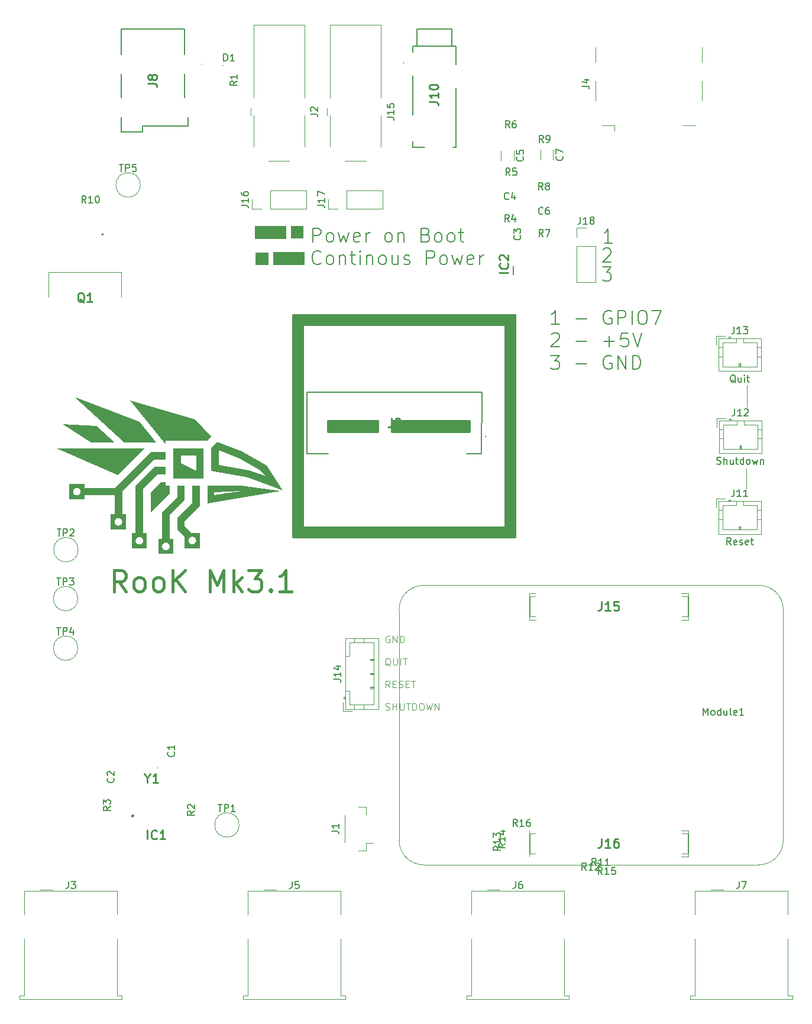
<source format=gbr>
%TF.GenerationSoftware,KiCad,Pcbnew,8.0.8*%
%TF.CreationDate,2025-11-24T21:21:31+01:00*%
%TF.ProjectId,RetroConsoleMk3.1,52657472-6f43-46f6-9e73-6f6c654d6b33,rev?*%
%TF.SameCoordinates,PX237a085PY9f06730*%
%TF.FileFunction,Legend,Top*%
%TF.FilePolarity,Positive*%
%FSLAX46Y46*%
G04 Gerber Fmt 4.6, Leading zero omitted, Abs format (unit mm)*
G04 Created by KiCad (PCBNEW 8.0.8) date 2025-11-24 21:21:31*
%MOMM*%
%LPD*%
G01*
G04 APERTURE LIST*
%ADD10C,0.249999*%
%ADD11C,0.000000*%
%ADD12C,0.024999*%
%ADD13C,0.100000*%
%ADD14C,0.200000*%
%ADD15C,0.400000*%
%ADD16C,0.150000*%
%ADD17C,0.254000*%
%ADD18C,0.120000*%
%ADD19C,0.250000*%
G04 APERTURE END LIST*
D10*
X59450215Y77500000D02*
X59450215Y79100001D01*
X77149992Y94200000D02*
X77149992Y62400002D01*
D11*
G36*
X17199995Y78350000D02*
G01*
X19850422Y75940341D01*
X16476887Y75940341D01*
X12380671Y78590761D01*
X17199995Y78350000D01*
G37*
D12*
X77149992Y62400002D02*
X45349995Y62400002D01*
X45349995Y63800003D01*
X45349995Y92800000D01*
X46749995Y92800000D01*
X46749995Y63800003D01*
X75749991Y63800003D01*
X75749991Y92800000D01*
X46749995Y92800000D01*
X45349995Y92800000D01*
X45349995Y94200000D01*
X77149992Y94200000D01*
X77149992Y62400002D01*
G36*
X77149992Y62400002D02*
G01*
X45349995Y62400002D01*
X45349995Y63800003D01*
X45349995Y92800000D01*
X46749995Y92800000D01*
X46749995Y63800003D01*
X75749991Y63800003D01*
X75749991Y92800000D01*
X46749995Y92800000D01*
X45349995Y92800000D01*
X45349995Y94200000D01*
X77149992Y94200000D01*
X77149992Y62400002D01*
G37*
D11*
G36*
X23366996Y78916034D02*
G01*
X25801814Y75944462D01*
X21203047Y75944462D01*
X14074229Y82457353D01*
X23366996Y78916034D01*
G37*
D13*
X45049995Y106900000D02*
X46799995Y106900000D01*
X46799995Y105200000D01*
X45049995Y105200000D01*
X45049995Y106900000D01*
G36*
X45049995Y106900000D02*
G01*
X46799995Y106900000D01*
X46799995Y105200000D01*
X45049995Y105200000D01*
X45049995Y106900000D01*
G37*
D10*
X46749995Y92800000D02*
X46749995Y63800003D01*
X45349995Y94200000D02*
X77149992Y94200000D01*
D12*
X57550215Y77500000D02*
X50350195Y77500000D01*
X50350195Y79100001D01*
X57550215Y79100001D01*
X57550215Y77500000D01*
G36*
X57550215Y77500000D02*
G01*
X50350195Y77500000D01*
X50350195Y79100001D01*
X57550215Y79100001D01*
X57550215Y77500000D01*
G37*
D11*
G36*
X20291950Y71281753D02*
G01*
X11562330Y75128595D01*
X24145759Y75128595D01*
X20291950Y71281753D01*
G37*
G36*
X38057902Y74668515D02*
G01*
X41558000Y72639987D01*
X43884379Y69119485D01*
X38847379Y70926840D01*
X33646714Y71891195D01*
X33646714Y72715017D01*
X33646714Y74868048D01*
X34736320Y74868048D01*
X34736320Y72715017D01*
X39071647Y71961654D01*
X41320945Y71183468D01*
X40691422Y71982101D01*
X37714079Y73676947D01*
X34736320Y74868048D01*
X33646714Y74868048D01*
X33646714Y75128595D01*
X34462577Y76027325D01*
X38057902Y74668515D01*
G37*
G36*
X27154438Y73505609D02*
G01*
X25420469Y73505609D01*
X20904154Y68989090D01*
X20904154Y65660745D01*
X21445039Y65660745D01*
X21445039Y63496667D01*
X19281083Y63496667D01*
X19281083Y64578726D01*
X19821974Y64578726D01*
X19822678Y64550902D01*
X19824769Y64523442D01*
X19828212Y64496379D01*
X19832972Y64469747D01*
X19839017Y64443581D01*
X19846312Y64417914D01*
X19854822Y64392781D01*
X19864513Y64368215D01*
X19875352Y64344252D01*
X19887305Y64320925D01*
X19900336Y64298267D01*
X19914413Y64276314D01*
X19929500Y64255100D01*
X19945564Y64234657D01*
X19962571Y64215022D01*
X19980487Y64196227D01*
X19999277Y64178306D01*
X20018907Y64161295D01*
X20039343Y64145227D01*
X20060552Y64130136D01*
X20082499Y64116056D01*
X20105149Y64103022D01*
X20128469Y64091067D01*
X20152425Y64080225D01*
X20176982Y64070532D01*
X20202106Y64062020D01*
X20227764Y64054724D01*
X20253921Y64048678D01*
X20280543Y64043916D01*
X20307596Y64040473D01*
X20335046Y64038381D01*
X20362858Y64037677D01*
X20390708Y64038381D01*
X20418192Y64040473D01*
X20445278Y64043916D01*
X20471931Y64048678D01*
X20498116Y64054724D01*
X20523800Y64062020D01*
X20548950Y64070532D01*
X20573529Y64080225D01*
X20597506Y64091067D01*
X20620845Y64103022D01*
X20643513Y64116056D01*
X20665475Y64130136D01*
X20686698Y64145227D01*
X20707148Y64161295D01*
X20726789Y64178306D01*
X20745590Y64196227D01*
X20763514Y64215022D01*
X20780529Y64234657D01*
X20796600Y64255100D01*
X20811693Y64276314D01*
X20825775Y64298267D01*
X20838811Y64320925D01*
X20850766Y64344252D01*
X20861608Y64368215D01*
X20871302Y64392781D01*
X20879814Y64417914D01*
X20887109Y64443581D01*
X20893155Y64469747D01*
X20897916Y64496379D01*
X20901359Y64523442D01*
X20903450Y64550902D01*
X20904154Y64578726D01*
X20903450Y64606550D01*
X20901359Y64634010D01*
X20897916Y64661073D01*
X20893155Y64687704D01*
X20887109Y64713870D01*
X20879814Y64739535D01*
X20871302Y64764667D01*
X20861608Y64789232D01*
X20850766Y64813194D01*
X20838811Y64836520D01*
X20825775Y64859175D01*
X20811693Y64881126D01*
X20796600Y64902339D01*
X20780529Y64922780D01*
X20763514Y64942414D01*
X20745590Y64961207D01*
X20726789Y64979125D01*
X20707148Y64996134D01*
X20686698Y65012201D01*
X20665475Y65027290D01*
X20643513Y65041368D01*
X20620845Y65054400D01*
X20597506Y65066354D01*
X20573529Y65077194D01*
X20548950Y65086886D01*
X20523800Y65095397D01*
X20498116Y65102691D01*
X20471931Y65108736D01*
X20445278Y65113497D01*
X20418192Y65116940D01*
X20390708Y65119031D01*
X20362858Y65119736D01*
X20335046Y65119031D01*
X20307596Y65116940D01*
X20280543Y65113497D01*
X20253921Y65108736D01*
X20227764Y65102691D01*
X20202106Y65095397D01*
X20176982Y65086886D01*
X20152425Y65077194D01*
X20128469Y65066354D01*
X20105149Y65054400D01*
X20082499Y65041368D01*
X20060552Y65027290D01*
X20039343Y65012201D01*
X20018907Y64996134D01*
X19999277Y64979125D01*
X19980487Y64961207D01*
X19962571Y64942414D01*
X19945564Y64922780D01*
X19929500Y64902339D01*
X19914413Y64881126D01*
X19900336Y64859175D01*
X19887305Y64836520D01*
X19875352Y64813194D01*
X19864513Y64789232D01*
X19854822Y64764667D01*
X19846312Y64739535D01*
X19839017Y64713870D01*
X19832972Y64687704D01*
X19828212Y64661073D01*
X19824769Y64634010D01*
X19822678Y64606550D01*
X19821974Y64578726D01*
X19281083Y64578726D01*
X19281083Y65660745D01*
X19821974Y65660745D01*
X19821974Y68365875D01*
X15493647Y68365875D01*
X15493647Y67824865D01*
X13329688Y67824865D01*
X13329688Y68906885D01*
X13870579Y68906885D01*
X13871283Y68879061D01*
X13873374Y68851601D01*
X13876817Y68824539D01*
X13881578Y68797907D01*
X13887624Y68771742D01*
X13894919Y68746076D01*
X13903431Y68720944D01*
X13913124Y68696380D01*
X13923966Y68672418D01*
X13935922Y68649092D01*
X13948957Y68626437D01*
X13963038Y68604485D01*
X13978132Y68583272D01*
X13994203Y68562832D01*
X14011217Y68543198D01*
X14029142Y68524405D01*
X14047942Y68506487D01*
X14067584Y68489477D01*
X14088033Y68473411D01*
X14109256Y68458322D01*
X14131218Y68444243D01*
X14153886Y68431211D01*
X14177226Y68419257D01*
X14201203Y68408417D01*
X14225783Y68398725D01*
X14250932Y68390214D01*
X14276617Y68382919D01*
X14302803Y68376874D01*
X14329456Y68372113D01*
X14356542Y68368670D01*
X14384028Y68366580D01*
X14411878Y68365875D01*
X14439690Y68366580D01*
X14467140Y68368670D01*
X14494192Y68372113D01*
X14520814Y68376874D01*
X14546971Y68382919D01*
X14572629Y68390214D01*
X14597753Y68398725D01*
X14622310Y68408417D01*
X14646266Y68419257D01*
X14669586Y68431211D01*
X14692236Y68444243D01*
X14714183Y68458322D01*
X14735392Y68473411D01*
X14755828Y68489477D01*
X14775458Y68506487D01*
X14794248Y68524405D01*
X14812164Y68543198D01*
X14829171Y68562832D01*
X14845235Y68583272D01*
X14860323Y68604485D01*
X14874399Y68626437D01*
X14887431Y68649092D01*
X14899383Y68672418D01*
X14910222Y68696380D01*
X14919914Y68720944D01*
X14928424Y68746076D01*
X14935719Y68771742D01*
X14941764Y68797907D01*
X14946525Y68824539D01*
X14949967Y68851601D01*
X14952058Y68879061D01*
X14952763Y68906885D01*
X14952058Y68934708D01*
X14949967Y68962168D01*
X14946525Y68989232D01*
X14941764Y69015864D01*
X14935719Y69042030D01*
X14928424Y69067697D01*
X14919914Y69092830D01*
X14910222Y69117396D01*
X14899383Y69141359D01*
X14887431Y69164687D01*
X14874399Y69187344D01*
X14860323Y69209297D01*
X14845235Y69230512D01*
X14829171Y69250954D01*
X14812164Y69270590D01*
X14794248Y69289385D01*
X14775458Y69307306D01*
X14755828Y69324317D01*
X14735392Y69340385D01*
X14714183Y69355477D01*
X14692236Y69369557D01*
X14669586Y69382591D01*
X14646266Y69394546D01*
X14622310Y69405388D01*
X14597753Y69415082D01*
X14572629Y69423594D01*
X14546971Y69430890D01*
X14520814Y69436936D01*
X14494192Y69441698D01*
X14467140Y69445141D01*
X14439690Y69447232D01*
X14411878Y69447937D01*
X14384028Y69447232D01*
X14356542Y69445141D01*
X14329456Y69441698D01*
X14302803Y69436936D01*
X14276617Y69430890D01*
X14250932Y69423594D01*
X14225783Y69415082D01*
X14201203Y69405388D01*
X14177226Y69394546D01*
X14153886Y69382591D01*
X14131218Y69369557D01*
X14109256Y69355477D01*
X14088033Y69340385D01*
X14067584Y69324317D01*
X14047942Y69307306D01*
X14029142Y69289385D01*
X14011217Y69270590D01*
X13994203Y69250954D01*
X13978132Y69230512D01*
X13963038Y69209297D01*
X13948957Y69187344D01*
X13935922Y69164687D01*
X13923966Y69141359D01*
X13913124Y69117396D01*
X13903431Y69092830D01*
X13894919Y69067697D01*
X13887624Y69042030D01*
X13881578Y69015864D01*
X13876817Y68989232D01*
X13873374Y68962168D01*
X13871283Y68934708D01*
X13870579Y68906885D01*
X13329688Y68906885D01*
X13329688Y69988943D01*
X15493647Y69988943D01*
X15493647Y69447937D01*
X19832688Y69447937D01*
X24972343Y74587710D01*
X24990067Y74569983D01*
X24990067Y74587710D01*
X27154438Y74587710D01*
X27154438Y73505609D01*
G37*
D13*
X110299995Y72250000D02*
X110299995Y69350000D01*
D11*
G36*
X27154438Y69718417D02*
G01*
X27695323Y69718417D01*
X27695323Y68636401D01*
X24988007Y65931271D01*
X24996662Y68852426D01*
X26447407Y70259469D01*
X27154438Y70259469D01*
X27154438Y69718417D01*
G37*
G36*
X57550215Y77500000D02*
G01*
X50350195Y77500000D01*
X50350195Y79100001D01*
X57550215Y79100001D01*
X57550215Y77500000D01*
G37*
G36*
X27154438Y71341528D02*
G01*
X25966300Y71341528D01*
X23879438Y69254873D01*
X23879438Y62955615D01*
X24449183Y62955615D01*
X24449183Y60791537D01*
X22285227Y60791537D01*
X22285227Y61873596D01*
X22826112Y61873596D01*
X22826816Y61845772D01*
X22828907Y61818312D01*
X22832350Y61791248D01*
X22837111Y61764616D01*
X22843155Y61738450D01*
X22850450Y61712783D01*
X22858960Y61687649D01*
X22868652Y61663084D01*
X22879491Y61639120D01*
X22891443Y61615793D01*
X22904474Y61593135D01*
X22918551Y61571182D01*
X22933638Y61549967D01*
X22949703Y61529525D01*
X22966710Y61509889D01*
X22984625Y61491094D01*
X23003415Y61473174D01*
X23023045Y61456162D01*
X23043482Y61440094D01*
X23064690Y61425003D01*
X23086637Y61410923D01*
X23109287Y61397889D01*
X23132607Y61385934D01*
X23156563Y61375092D01*
X23181120Y61365398D01*
X23206245Y61356887D01*
X23231902Y61349591D01*
X23258059Y61343545D01*
X23284681Y61338783D01*
X23311734Y61335339D01*
X23339184Y61333248D01*
X23366996Y61332544D01*
X23394846Y61333248D01*
X23422331Y61335339D01*
X23449416Y61338783D01*
X23476069Y61343545D01*
X23502255Y61349591D01*
X23527939Y61356887D01*
X23553088Y61365398D01*
X23577669Y61375092D01*
X23601645Y61385934D01*
X23624985Y61397889D01*
X23647653Y61410923D01*
X23669615Y61425003D01*
X23690839Y61440094D01*
X23711288Y61456162D01*
X23730930Y61473174D01*
X23749731Y61491094D01*
X23767656Y61509889D01*
X23784671Y61529525D01*
X23800742Y61549967D01*
X23815836Y61571182D01*
X23829918Y61593135D01*
X23842953Y61615793D01*
X23854909Y61639120D01*
X23865751Y61663084D01*
X23875445Y61687649D01*
X23883957Y61712783D01*
X23891253Y61738450D01*
X23897299Y61764616D01*
X23902060Y61791248D01*
X23905503Y61818312D01*
X23907594Y61845772D01*
X23908299Y61873596D01*
X23907594Y61901419D01*
X23905503Y61928879D01*
X23902060Y61955942D01*
X23897299Y61982573D01*
X23891253Y62008739D01*
X23883957Y62034405D01*
X23875445Y62059537D01*
X23865751Y62084101D01*
X23854909Y62108063D01*
X23842953Y62131389D01*
X23829918Y62154045D01*
X23815836Y62175996D01*
X23800742Y62197209D01*
X23784671Y62217650D01*
X23767656Y62237284D01*
X23749731Y62256077D01*
X23730930Y62273995D01*
X23711288Y62291005D01*
X23690839Y62307072D01*
X23669615Y62322161D01*
X23647653Y62336239D01*
X23624985Y62349272D01*
X23601645Y62361226D01*
X23577669Y62372066D01*
X23553088Y62381758D01*
X23527939Y62390269D01*
X23502255Y62397564D01*
X23476069Y62403609D01*
X23449416Y62408370D01*
X23422331Y62411813D01*
X23394846Y62413904D01*
X23366996Y62414609D01*
X23339184Y62413904D01*
X23311734Y62411813D01*
X23284681Y62408370D01*
X23258059Y62403609D01*
X23231902Y62397564D01*
X23206245Y62390269D01*
X23181120Y62381758D01*
X23156563Y62372066D01*
X23132607Y62361226D01*
X23109287Y62349272D01*
X23086637Y62336239D01*
X23064690Y62322161D01*
X23043482Y62307072D01*
X23023045Y62291005D01*
X23003415Y62273995D01*
X22984625Y62256077D01*
X22966710Y62237284D01*
X22949703Y62217650D01*
X22933638Y62197209D01*
X22918551Y62175996D01*
X22904474Y62154045D01*
X22891443Y62131389D01*
X22879491Y62108063D01*
X22868652Y62084101D01*
X22858960Y62059537D01*
X22850450Y62034405D01*
X22843155Y62008739D01*
X22837111Y61982573D01*
X22832350Y61955942D01*
X22828907Y61928879D01*
X22826816Y61901419D01*
X22826112Y61873596D01*
X22285227Y61873596D01*
X22285227Y62955615D01*
X22797669Y62955615D01*
X22797669Y69718417D01*
X22812922Y69718417D01*
X25518174Y72423550D01*
X25531367Y72410440D01*
X25531367Y72423550D01*
X27154438Y72423550D01*
X27154438Y71341528D01*
G37*
G36*
X32023643Y66849911D02*
G01*
X32012928Y66849911D01*
X29859272Y64696466D01*
X29859272Y63975915D01*
X30849528Y62985916D01*
X32023643Y62985916D01*
X32023643Y60821838D01*
X29859272Y60821838D01*
X29859272Y61903900D01*
X30400578Y61903900D01*
X30401282Y61876076D01*
X30403373Y61848616D01*
X30406816Y61821552D01*
X30411577Y61794920D01*
X30417621Y61768753D01*
X30424916Y61743086D01*
X30433426Y61717953D01*
X30443118Y61693388D01*
X30453957Y61669424D01*
X30465909Y61646097D01*
X30478940Y61623439D01*
X30493017Y61601486D01*
X30508104Y61580271D01*
X30524169Y61559829D01*
X30541175Y61540193D01*
X30559091Y61521398D01*
X30577881Y61503478D01*
X30597511Y61486466D01*
X30617948Y61470398D01*
X30639156Y61455307D01*
X30661103Y61441227D01*
X30683753Y61428193D01*
X30707073Y61416238D01*
X30731029Y61405396D01*
X30755586Y61395702D01*
X30780711Y61387191D01*
X30806368Y61379895D01*
X30832525Y61373849D01*
X30859147Y61369087D01*
X30886200Y61365643D01*
X30913650Y61363552D01*
X30941462Y61362848D01*
X30969274Y61363552D01*
X30996724Y61365643D01*
X31023777Y61369087D01*
X31050399Y61373849D01*
X31076556Y61379895D01*
X31102214Y61387191D01*
X31127338Y61395702D01*
X31151895Y61405396D01*
X31175851Y61416238D01*
X31199171Y61428193D01*
X31221821Y61441227D01*
X31243768Y61455307D01*
X31264977Y61470398D01*
X31285413Y61486466D01*
X31305043Y61503478D01*
X31323833Y61521398D01*
X31341749Y61540193D01*
X31358756Y61559829D01*
X31374820Y61580271D01*
X31389907Y61601486D01*
X31403984Y61623439D01*
X31417015Y61646097D01*
X31428968Y61669424D01*
X31439807Y61693388D01*
X31449498Y61717953D01*
X31458008Y61743086D01*
X31465303Y61768753D01*
X31471348Y61794920D01*
X31476108Y61821552D01*
X31479551Y61848616D01*
X31481642Y61876076D01*
X31482346Y61903900D01*
X31481642Y61931723D01*
X31479551Y61959183D01*
X31476108Y61986246D01*
X31471348Y62012877D01*
X31465303Y62039043D01*
X31458008Y62064708D01*
X31449498Y62089840D01*
X31439807Y62114404D01*
X31428968Y62138366D01*
X31417015Y62161692D01*
X31403984Y62184348D01*
X31389907Y62206299D01*
X31374820Y62227512D01*
X31358756Y62247952D01*
X31341749Y62267586D01*
X31323833Y62286379D01*
X31305043Y62304298D01*
X31285413Y62321307D01*
X31264977Y62337374D01*
X31243768Y62352463D01*
X31221821Y62366541D01*
X31199171Y62379574D01*
X31175851Y62391527D01*
X31151895Y62402367D01*
X31127338Y62412060D01*
X31102214Y62420570D01*
X31076556Y62427865D01*
X31050399Y62433910D01*
X31023777Y62438671D01*
X30996724Y62442114D01*
X30969274Y62444205D01*
X30941462Y62444909D01*
X30913650Y62444205D01*
X30886200Y62442114D01*
X30859147Y62438671D01*
X30832525Y62433910D01*
X30806368Y62427865D01*
X30780711Y62420570D01*
X30755586Y62412060D01*
X30731029Y62402367D01*
X30707073Y62391527D01*
X30683753Y62379574D01*
X30661103Y62366541D01*
X30639156Y62352463D01*
X30617948Y62337374D01*
X30597511Y62321307D01*
X30577881Y62304298D01*
X30559091Y62286379D01*
X30541175Y62267586D01*
X30524169Y62247952D01*
X30508104Y62227512D01*
X30493017Y62206299D01*
X30478940Y62184348D01*
X30465909Y62161692D01*
X30453957Y62138366D01*
X30443118Y62114404D01*
X30433426Y62089840D01*
X30424916Y62064708D01*
X30417621Y62039043D01*
X30411577Y62012877D01*
X30406816Y61986246D01*
X30403373Y61959183D01*
X30401282Y61931723D01*
X30400578Y61903900D01*
X29859272Y61903900D01*
X29859272Y62445648D01*
X28778330Y63526968D01*
X28777503Y63526968D01*
X28777503Y65129303D01*
X28769676Y65136966D01*
X28777503Y65144678D01*
X28777503Y65210269D01*
X28843055Y65210269D01*
X30941462Y67308755D01*
X30941462Y69718417D01*
X32023643Y69718417D01*
X32023643Y66849911D01*
G37*
D13*
X39899995Y106950000D02*
X44299995Y106950000D01*
X44299995Y105150000D01*
X39899995Y105150000D01*
X39899995Y106950000D01*
G36*
X39899995Y106950000D02*
G01*
X44299995Y106950000D01*
X44299995Y105150000D01*
X39899995Y105150000D01*
X39899995Y106950000D01*
G37*
D10*
X77149992Y62400002D02*
X45349995Y62400002D01*
D11*
G36*
X32564527Y70800482D02*
G01*
X28236207Y70800482D01*
X28236207Y72964602D01*
X28236207Y74046618D01*
X29318388Y74046618D01*
X29318388Y72964602D01*
X31482346Y71882541D01*
X31482346Y74046618D01*
X29318388Y74046618D01*
X28236207Y74046618D01*
X28236207Y75128595D01*
X32564527Y75128595D01*
X32564527Y70800482D01*
G37*
D13*
X42499995Y103200000D02*
X46899995Y103200000D01*
X46899995Y101400000D01*
X42499995Y101400000D01*
X42499995Y103200000D01*
G36*
X42499995Y103200000D02*
G01*
X46899995Y103200000D01*
X46899995Y101400000D01*
X42499995Y101400000D01*
X42499995Y103200000D01*
G37*
D10*
X57550215Y79100001D02*
X57550215Y77500000D01*
D11*
G36*
X31349595Y79267692D02*
G01*
X33646714Y76751665D01*
X33105412Y76210780D01*
X27154438Y76210780D01*
X27154438Y75669896D01*
X22032511Y81929655D01*
X31349595Y79267692D01*
G37*
D10*
X70650214Y79100001D02*
X59450215Y79100001D01*
X50350195Y77500000D02*
X50350195Y79100001D01*
X45349995Y62400002D02*
X45349995Y94200000D01*
D11*
G36*
X43648576Y69024832D02*
G01*
X33105412Y67192212D01*
X33105412Y68363357D01*
X34095255Y68363357D01*
X37988639Y68958871D01*
X34095255Y68821423D01*
X34095255Y68363357D01*
X33105412Y68363357D01*
X33105412Y68821423D01*
X33105412Y69718417D01*
X37974632Y69772549D01*
X43648576Y69024832D01*
G37*
D12*
X70650214Y77500000D02*
X59450215Y77500000D01*
X59450215Y79100001D01*
X70650214Y79100001D01*
X70650214Y77500000D01*
G36*
X70650214Y77500000D02*
G01*
X59450215Y77500000D01*
X59450215Y79100001D01*
X70650214Y79100001D01*
X70650214Y77500000D01*
G37*
D10*
X57550215Y79100001D02*
X50350195Y79100001D01*
X75749991Y63800003D02*
X75749991Y92800000D01*
D11*
G36*
X70650214Y77500000D02*
G01*
X59450215Y77500000D01*
X59450215Y79100001D01*
X70650214Y79100001D01*
X70650214Y77500000D01*
G37*
D13*
X110349995Y84150000D02*
X110349995Y81050000D01*
D10*
X70650214Y79100001D02*
X70650214Y77500000D01*
X57550215Y77500000D02*
X50350195Y77500000D01*
D13*
X39999995Y103150000D02*
X41749995Y103150000D01*
X41749995Y101450000D01*
X39999995Y101450000D01*
X39999995Y103150000D01*
G36*
X39999995Y103150000D02*
G01*
X41749995Y103150000D01*
X41749995Y101450000D01*
X39999995Y101450000D01*
X39999995Y103150000D01*
G37*
D10*
X70650214Y77500000D02*
X59450215Y77500000D01*
D11*
G36*
X29859272Y67711618D02*
G01*
X29858454Y67711618D01*
X29859272Y67710669D01*
X27695323Y65546591D01*
X27695323Y62144082D01*
X28236207Y62144082D01*
X28236207Y59980002D01*
X26072251Y59980002D01*
X26072251Y61062060D01*
X26613136Y61062060D01*
X26613840Y61034237D01*
X26615931Y61006776D01*
X26619374Y60979713D01*
X26624136Y60953082D01*
X26630181Y60926915D01*
X26637477Y60901248D01*
X26645989Y60876115D01*
X26655683Y60851550D01*
X26666525Y60827586D01*
X26678481Y60804259D01*
X26691517Y60781602D01*
X26705598Y60759649D01*
X26720692Y60738434D01*
X26736763Y60717992D01*
X26753779Y60698356D01*
X26771703Y60679561D01*
X26790504Y60661641D01*
X26810146Y60644630D01*
X26830596Y60628561D01*
X26851819Y60613470D01*
X26873782Y60599390D01*
X26896450Y60586356D01*
X26919789Y60574401D01*
X26943766Y60563560D01*
X26968346Y60553866D01*
X26993495Y60545354D01*
X27019180Y60538058D01*
X27045365Y60532012D01*
X27072018Y60527250D01*
X27099104Y60523807D01*
X27126588Y60521716D01*
X27154438Y60521011D01*
X27182250Y60521716D01*
X27209699Y60523807D01*
X27236751Y60527250D01*
X27263373Y60532012D01*
X27289530Y60538058D01*
X27315187Y60545354D01*
X27340312Y60553866D01*
X27364869Y60563560D01*
X27388824Y60574401D01*
X27412145Y60586356D01*
X27434795Y60599390D01*
X27456741Y60613470D01*
X27477950Y60628561D01*
X27498387Y60644630D01*
X27518017Y60661641D01*
X27536807Y60679561D01*
X27554723Y60698356D01*
X27571730Y60717992D01*
X27587794Y60738434D01*
X27602882Y60759649D01*
X27616958Y60781602D01*
X27629990Y60804259D01*
X27641943Y60827586D01*
X27652782Y60851550D01*
X27662474Y60876115D01*
X27670984Y60901248D01*
X27678279Y60926915D01*
X27684323Y60953082D01*
X27689084Y60979713D01*
X27692527Y61006776D01*
X27694618Y61034237D01*
X27695323Y61062060D01*
X27694618Y61089884D01*
X27692527Y61117344D01*
X27689084Y61144407D01*
X27684323Y61171038D01*
X27678279Y61197204D01*
X27670984Y61222870D01*
X27662474Y61248002D01*
X27652782Y61272566D01*
X27641943Y61296528D01*
X27629990Y61319854D01*
X27616958Y61342510D01*
X27602882Y61364461D01*
X27587794Y61385674D01*
X27571730Y61406114D01*
X27554723Y61425748D01*
X27536807Y61444541D01*
X27518017Y61462459D01*
X27498387Y61479469D01*
X27477950Y61495535D01*
X27456741Y61510624D01*
X27434795Y61524702D01*
X27412145Y61537735D01*
X27388824Y61549688D01*
X27364869Y61560528D01*
X27340312Y61570220D01*
X27315187Y61578731D01*
X27289530Y61586026D01*
X27263373Y61592071D01*
X27236751Y61596832D01*
X27209699Y61600275D01*
X27182250Y61602365D01*
X27154438Y61603070D01*
X27126588Y61602365D01*
X27099104Y61600275D01*
X27072018Y61596832D01*
X27045365Y61592071D01*
X27019180Y61586026D01*
X26993495Y61578731D01*
X26968346Y61570220D01*
X26943766Y61560528D01*
X26919789Y61549688D01*
X26896450Y61537735D01*
X26873782Y61524702D01*
X26851819Y61510624D01*
X26830596Y61495535D01*
X26810146Y61479469D01*
X26790504Y61462459D01*
X26771703Y61444541D01*
X26753779Y61425748D01*
X26736763Y61406114D01*
X26720692Y61385674D01*
X26705598Y61364461D01*
X26691517Y61342510D01*
X26678481Y61319854D01*
X26666525Y61296528D01*
X26655683Y61272566D01*
X26645989Y61248002D01*
X26637477Y61222870D01*
X26630181Y61197204D01*
X26624136Y61171038D01*
X26619374Y61144407D01*
X26615931Y61117344D01*
X26613840Y61089884D01*
X26613136Y61062060D01*
X26072251Y61062060D01*
X26072251Y62144082D01*
X26613136Y62144082D01*
X26613136Y65987094D01*
X26609428Y65990924D01*
X26613136Y65994760D01*
X26613136Y66042706D01*
X26661375Y66042706D01*
X28777503Y68158877D01*
X28777503Y69718417D01*
X29859272Y69718417D01*
X29859272Y67711618D01*
G37*
D10*
X46749995Y63800003D02*
X75749991Y63800003D01*
X75749991Y92800000D02*
X46749995Y92800000D01*
D14*
X91055382Y104505162D02*
X89912525Y104505162D01*
X90483953Y104505162D02*
X90483953Y106505162D01*
X90483953Y106505162D02*
X90293477Y106219448D01*
X90293477Y106219448D02*
X90103001Y106028972D01*
X90103001Y106028972D02*
X89912525Y105933734D01*
X89667287Y101055162D02*
X90905382Y101055162D01*
X90905382Y101055162D02*
X90238715Y100293258D01*
X90238715Y100293258D02*
X90524430Y100293258D01*
X90524430Y100293258D02*
X90714906Y100198020D01*
X90714906Y100198020D02*
X90810144Y100102781D01*
X90810144Y100102781D02*
X90905382Y99912305D01*
X90905382Y99912305D02*
X90905382Y99436115D01*
X90905382Y99436115D02*
X90810144Y99245639D01*
X90810144Y99245639D02*
X90714906Y99150400D01*
X90714906Y99150400D02*
X90524430Y99055162D01*
X90524430Y99055162D02*
X89953001Y99055162D01*
X89953001Y99055162D02*
X89762525Y99150400D01*
X89762525Y99150400D02*
X89667287Y99245639D01*
X89762525Y103564686D02*
X89857763Y103659924D01*
X89857763Y103659924D02*
X90048239Y103755162D01*
X90048239Y103755162D02*
X90524430Y103755162D01*
X90524430Y103755162D02*
X90714906Y103659924D01*
X90714906Y103659924D02*
X90810144Y103564686D01*
X90810144Y103564686D02*
X90905382Y103374210D01*
X90905382Y103374210D02*
X90905382Y103183734D01*
X90905382Y103183734D02*
X90810144Y102898020D01*
X90810144Y102898020D02*
X89667287Y101755162D01*
X89667287Y101755162D02*
X90905382Y101755162D01*
D13*
X59177688Y48239626D02*
X59082450Y48287245D01*
X59082450Y48287245D02*
X58939593Y48287245D01*
X58939593Y48287245D02*
X58796736Y48239626D01*
X58796736Y48239626D02*
X58701498Y48144388D01*
X58701498Y48144388D02*
X58653879Y48049150D01*
X58653879Y48049150D02*
X58606260Y47858674D01*
X58606260Y47858674D02*
X58606260Y47715817D01*
X58606260Y47715817D02*
X58653879Y47525341D01*
X58653879Y47525341D02*
X58701498Y47430103D01*
X58701498Y47430103D02*
X58796736Y47334864D01*
X58796736Y47334864D02*
X58939593Y47287245D01*
X58939593Y47287245D02*
X59034831Y47287245D01*
X59034831Y47287245D02*
X59177688Y47334864D01*
X59177688Y47334864D02*
X59225307Y47382484D01*
X59225307Y47382484D02*
X59225307Y47715817D01*
X59225307Y47715817D02*
X59034831Y47715817D01*
X59653879Y47287245D02*
X59653879Y48287245D01*
X59653879Y48287245D02*
X60225307Y47287245D01*
X60225307Y47287245D02*
X60225307Y48287245D01*
X60701498Y47287245D02*
X60701498Y48287245D01*
X60701498Y48287245D02*
X60939593Y48287245D01*
X60939593Y48287245D02*
X61082450Y48239626D01*
X61082450Y48239626D02*
X61177688Y48144388D01*
X61177688Y48144388D02*
X61225307Y48049150D01*
X61225307Y48049150D02*
X61272926Y47858674D01*
X61272926Y47858674D02*
X61272926Y47715817D01*
X61272926Y47715817D02*
X61225307Y47525341D01*
X61225307Y47525341D02*
X61177688Y47430103D01*
X61177688Y47430103D02*
X61082450Y47334864D01*
X61082450Y47334864D02*
X60939593Y47287245D01*
X60939593Y47287245D02*
X60701498Y47287245D01*
X59320545Y43972119D02*
X59225307Y44019738D01*
X59225307Y44019738D02*
X59130069Y44114976D01*
X59130069Y44114976D02*
X58987212Y44257834D01*
X58987212Y44257834D02*
X58891974Y44305453D01*
X58891974Y44305453D02*
X58796736Y44305453D01*
X58844355Y44067357D02*
X58749117Y44114976D01*
X58749117Y44114976D02*
X58653879Y44210215D01*
X58653879Y44210215D02*
X58606260Y44400691D01*
X58606260Y44400691D02*
X58606260Y44734024D01*
X58606260Y44734024D02*
X58653879Y44924500D01*
X58653879Y44924500D02*
X58749117Y45019738D01*
X58749117Y45019738D02*
X58844355Y45067357D01*
X58844355Y45067357D02*
X59034831Y45067357D01*
X59034831Y45067357D02*
X59130069Y45019738D01*
X59130069Y45019738D02*
X59225307Y44924500D01*
X59225307Y44924500D02*
X59272926Y44734024D01*
X59272926Y44734024D02*
X59272926Y44400691D01*
X59272926Y44400691D02*
X59225307Y44210215D01*
X59225307Y44210215D02*
X59130069Y44114976D01*
X59130069Y44114976D02*
X59034831Y44067357D01*
X59034831Y44067357D02*
X58844355Y44067357D01*
X59701498Y45067357D02*
X59701498Y44257834D01*
X59701498Y44257834D02*
X59749117Y44162596D01*
X59749117Y44162596D02*
X59796736Y44114976D01*
X59796736Y44114976D02*
X59891974Y44067357D01*
X59891974Y44067357D02*
X60082450Y44067357D01*
X60082450Y44067357D02*
X60177688Y44114976D01*
X60177688Y44114976D02*
X60225307Y44162596D01*
X60225307Y44162596D02*
X60272926Y44257834D01*
X60272926Y44257834D02*
X60272926Y45067357D01*
X60749117Y44067357D02*
X60749117Y45067357D01*
X61082450Y45067357D02*
X61653878Y45067357D01*
X61368164Y44067357D02*
X61368164Y45067357D01*
X59225307Y40847469D02*
X58891974Y41323660D01*
X58653879Y40847469D02*
X58653879Y41847469D01*
X58653879Y41847469D02*
X59034831Y41847469D01*
X59034831Y41847469D02*
X59130069Y41799850D01*
X59130069Y41799850D02*
X59177688Y41752231D01*
X59177688Y41752231D02*
X59225307Y41656993D01*
X59225307Y41656993D02*
X59225307Y41514136D01*
X59225307Y41514136D02*
X59177688Y41418898D01*
X59177688Y41418898D02*
X59130069Y41371279D01*
X59130069Y41371279D02*
X59034831Y41323660D01*
X59034831Y41323660D02*
X58653879Y41323660D01*
X59653879Y41371279D02*
X59987212Y41371279D01*
X60130069Y40847469D02*
X59653879Y40847469D01*
X59653879Y40847469D02*
X59653879Y41847469D01*
X59653879Y41847469D02*
X60130069Y41847469D01*
X60511022Y40895088D02*
X60653879Y40847469D01*
X60653879Y40847469D02*
X60891974Y40847469D01*
X60891974Y40847469D02*
X60987212Y40895088D01*
X60987212Y40895088D02*
X61034831Y40942708D01*
X61034831Y40942708D02*
X61082450Y41037946D01*
X61082450Y41037946D02*
X61082450Y41133184D01*
X61082450Y41133184D02*
X61034831Y41228422D01*
X61034831Y41228422D02*
X60987212Y41276041D01*
X60987212Y41276041D02*
X60891974Y41323660D01*
X60891974Y41323660D02*
X60701498Y41371279D01*
X60701498Y41371279D02*
X60606260Y41418898D01*
X60606260Y41418898D02*
X60558641Y41466517D01*
X60558641Y41466517D02*
X60511022Y41561755D01*
X60511022Y41561755D02*
X60511022Y41656993D01*
X60511022Y41656993D02*
X60558641Y41752231D01*
X60558641Y41752231D02*
X60606260Y41799850D01*
X60606260Y41799850D02*
X60701498Y41847469D01*
X60701498Y41847469D02*
X60939593Y41847469D01*
X60939593Y41847469D02*
X61082450Y41799850D01*
X61511022Y41371279D02*
X61844355Y41371279D01*
X61987212Y40847469D02*
X61511022Y40847469D01*
X61511022Y40847469D02*
X61511022Y41847469D01*
X61511022Y41847469D02*
X61987212Y41847469D01*
X62272927Y41847469D02*
X62844355Y41847469D01*
X62558641Y40847469D02*
X62558641Y41847469D01*
X58606260Y37675200D02*
X58749117Y37627581D01*
X58749117Y37627581D02*
X58987212Y37627581D01*
X58987212Y37627581D02*
X59082450Y37675200D01*
X59082450Y37675200D02*
X59130069Y37722820D01*
X59130069Y37722820D02*
X59177688Y37818058D01*
X59177688Y37818058D02*
X59177688Y37913296D01*
X59177688Y37913296D02*
X59130069Y38008534D01*
X59130069Y38008534D02*
X59082450Y38056153D01*
X59082450Y38056153D02*
X58987212Y38103772D01*
X58987212Y38103772D02*
X58796736Y38151391D01*
X58796736Y38151391D02*
X58701498Y38199010D01*
X58701498Y38199010D02*
X58653879Y38246629D01*
X58653879Y38246629D02*
X58606260Y38341867D01*
X58606260Y38341867D02*
X58606260Y38437105D01*
X58606260Y38437105D02*
X58653879Y38532343D01*
X58653879Y38532343D02*
X58701498Y38579962D01*
X58701498Y38579962D02*
X58796736Y38627581D01*
X58796736Y38627581D02*
X59034831Y38627581D01*
X59034831Y38627581D02*
X59177688Y38579962D01*
X59606260Y37627581D02*
X59606260Y38627581D01*
X59606260Y38151391D02*
X60177688Y38151391D01*
X60177688Y37627581D02*
X60177688Y38627581D01*
X60653879Y38627581D02*
X60653879Y37818058D01*
X60653879Y37818058D02*
X60701498Y37722820D01*
X60701498Y37722820D02*
X60749117Y37675200D01*
X60749117Y37675200D02*
X60844355Y37627581D01*
X60844355Y37627581D02*
X61034831Y37627581D01*
X61034831Y37627581D02*
X61130069Y37675200D01*
X61130069Y37675200D02*
X61177688Y37722820D01*
X61177688Y37722820D02*
X61225307Y37818058D01*
X61225307Y37818058D02*
X61225307Y38627581D01*
X61558641Y38627581D02*
X62130069Y38627581D01*
X61844355Y37627581D02*
X61844355Y38627581D01*
X62463403Y37627581D02*
X62463403Y38627581D01*
X62463403Y38627581D02*
X62701498Y38627581D01*
X62701498Y38627581D02*
X62844355Y38579962D01*
X62844355Y38579962D02*
X62939593Y38484724D01*
X62939593Y38484724D02*
X62987212Y38389486D01*
X62987212Y38389486D02*
X63034831Y38199010D01*
X63034831Y38199010D02*
X63034831Y38056153D01*
X63034831Y38056153D02*
X62987212Y37865677D01*
X62987212Y37865677D02*
X62939593Y37770439D01*
X62939593Y37770439D02*
X62844355Y37675200D01*
X62844355Y37675200D02*
X62701498Y37627581D01*
X62701498Y37627581D02*
X62463403Y37627581D01*
X63653879Y38627581D02*
X63844355Y38627581D01*
X63844355Y38627581D02*
X63939593Y38579962D01*
X63939593Y38579962D02*
X64034831Y38484724D01*
X64034831Y38484724D02*
X64082450Y38294248D01*
X64082450Y38294248D02*
X64082450Y37960915D01*
X64082450Y37960915D02*
X64034831Y37770439D01*
X64034831Y37770439D02*
X63939593Y37675200D01*
X63939593Y37675200D02*
X63844355Y37627581D01*
X63844355Y37627581D02*
X63653879Y37627581D01*
X63653879Y37627581D02*
X63558641Y37675200D01*
X63558641Y37675200D02*
X63463403Y37770439D01*
X63463403Y37770439D02*
X63415784Y37960915D01*
X63415784Y37960915D02*
X63415784Y38294248D01*
X63415784Y38294248D02*
X63463403Y38484724D01*
X63463403Y38484724D02*
X63558641Y38579962D01*
X63558641Y38579962D02*
X63653879Y38627581D01*
X64415784Y38627581D02*
X64653879Y37627581D01*
X64653879Y37627581D02*
X64844355Y38341867D01*
X64844355Y38341867D02*
X65034831Y37627581D01*
X65034831Y37627581D02*
X65272927Y38627581D01*
X65653879Y37627581D02*
X65653879Y38627581D01*
X65653879Y38627581D02*
X66225307Y37627581D01*
X66225307Y37627581D02*
X66225307Y38627581D01*
D14*
X83505382Y92844938D02*
X82362525Y92844938D01*
X82933953Y92844938D02*
X82933953Y94844938D01*
X82933953Y94844938D02*
X82743477Y94559224D01*
X82743477Y94559224D02*
X82553001Y94368748D01*
X82553001Y94368748D02*
X82362525Y94273510D01*
X85886335Y93606843D02*
X87410145Y93606843D01*
X90933954Y94749700D02*
X90743478Y94844938D01*
X90743478Y94844938D02*
X90457764Y94844938D01*
X90457764Y94844938D02*
X90172049Y94749700D01*
X90172049Y94749700D02*
X89981573Y94559224D01*
X89981573Y94559224D02*
X89886335Y94368748D01*
X89886335Y94368748D02*
X89791097Y93987796D01*
X89791097Y93987796D02*
X89791097Y93702081D01*
X89791097Y93702081D02*
X89886335Y93321129D01*
X89886335Y93321129D02*
X89981573Y93130653D01*
X89981573Y93130653D02*
X90172049Y92940176D01*
X90172049Y92940176D02*
X90457764Y92844938D01*
X90457764Y92844938D02*
X90648240Y92844938D01*
X90648240Y92844938D02*
X90933954Y92940176D01*
X90933954Y92940176D02*
X91029192Y93035415D01*
X91029192Y93035415D02*
X91029192Y93702081D01*
X91029192Y93702081D02*
X90648240Y93702081D01*
X91886335Y92844938D02*
X91886335Y94844938D01*
X91886335Y94844938D02*
X92648240Y94844938D01*
X92648240Y94844938D02*
X92838716Y94749700D01*
X92838716Y94749700D02*
X92933954Y94654462D01*
X92933954Y94654462D02*
X93029192Y94463986D01*
X93029192Y94463986D02*
X93029192Y94178272D01*
X93029192Y94178272D02*
X92933954Y93987796D01*
X92933954Y93987796D02*
X92838716Y93892557D01*
X92838716Y93892557D02*
X92648240Y93797319D01*
X92648240Y93797319D02*
X91886335Y93797319D01*
X93886335Y92844938D02*
X93886335Y94844938D01*
X95219668Y94844938D02*
X95600621Y94844938D01*
X95600621Y94844938D02*
X95791097Y94749700D01*
X95791097Y94749700D02*
X95981573Y94559224D01*
X95981573Y94559224D02*
X96076811Y94178272D01*
X96076811Y94178272D02*
X96076811Y93511605D01*
X96076811Y93511605D02*
X95981573Y93130653D01*
X95981573Y93130653D02*
X95791097Y92940176D01*
X95791097Y92940176D02*
X95600621Y92844938D01*
X95600621Y92844938D02*
X95219668Y92844938D01*
X95219668Y92844938D02*
X95029192Y92940176D01*
X95029192Y92940176D02*
X94838716Y93130653D01*
X94838716Y93130653D02*
X94743478Y93511605D01*
X94743478Y93511605D02*
X94743478Y94178272D01*
X94743478Y94178272D02*
X94838716Y94559224D01*
X94838716Y94559224D02*
X95029192Y94749700D01*
X95029192Y94749700D02*
X95219668Y94844938D01*
X96743478Y94844938D02*
X98076811Y94844938D01*
X98076811Y94844938D02*
X97219668Y92844938D01*
X82362525Y91434574D02*
X82457763Y91529812D01*
X82457763Y91529812D02*
X82648239Y91625050D01*
X82648239Y91625050D02*
X83124430Y91625050D01*
X83124430Y91625050D02*
X83314906Y91529812D01*
X83314906Y91529812D02*
X83410144Y91434574D01*
X83410144Y91434574D02*
X83505382Y91244098D01*
X83505382Y91244098D02*
X83505382Y91053622D01*
X83505382Y91053622D02*
X83410144Y90767908D01*
X83410144Y90767908D02*
X82267287Y89625050D01*
X82267287Y89625050D02*
X83505382Y89625050D01*
X85886335Y90386955D02*
X87410145Y90386955D01*
X89886335Y90386955D02*
X91410145Y90386955D01*
X90648240Y89625050D02*
X90648240Y91148860D01*
X93314906Y91625050D02*
X92362525Y91625050D01*
X92362525Y91625050D02*
X92267287Y90672669D01*
X92267287Y90672669D02*
X92362525Y90767908D01*
X92362525Y90767908D02*
X92553001Y90863146D01*
X92553001Y90863146D02*
X93029192Y90863146D01*
X93029192Y90863146D02*
X93219668Y90767908D01*
X93219668Y90767908D02*
X93314906Y90672669D01*
X93314906Y90672669D02*
X93410144Y90482193D01*
X93410144Y90482193D02*
X93410144Y90006003D01*
X93410144Y90006003D02*
X93314906Y89815527D01*
X93314906Y89815527D02*
X93219668Y89720288D01*
X93219668Y89720288D02*
X93029192Y89625050D01*
X93029192Y89625050D02*
X92553001Y89625050D01*
X92553001Y89625050D02*
X92362525Y89720288D01*
X92362525Y89720288D02*
X92267287Y89815527D01*
X93981573Y91625050D02*
X94648239Y89625050D01*
X94648239Y89625050D02*
X95314906Y91625050D01*
X82267287Y88405162D02*
X83505382Y88405162D01*
X83505382Y88405162D02*
X82838715Y87643258D01*
X82838715Y87643258D02*
X83124430Y87643258D01*
X83124430Y87643258D02*
X83314906Y87548020D01*
X83314906Y87548020D02*
X83410144Y87452781D01*
X83410144Y87452781D02*
X83505382Y87262305D01*
X83505382Y87262305D02*
X83505382Y86786115D01*
X83505382Y86786115D02*
X83410144Y86595639D01*
X83410144Y86595639D02*
X83314906Y86500400D01*
X83314906Y86500400D02*
X83124430Y86405162D01*
X83124430Y86405162D02*
X82553001Y86405162D01*
X82553001Y86405162D02*
X82362525Y86500400D01*
X82362525Y86500400D02*
X82267287Y86595639D01*
X85886335Y87167067D02*
X87410145Y87167067D01*
X90933954Y88309924D02*
X90743478Y88405162D01*
X90743478Y88405162D02*
X90457764Y88405162D01*
X90457764Y88405162D02*
X90172049Y88309924D01*
X90172049Y88309924D02*
X89981573Y88119448D01*
X89981573Y88119448D02*
X89886335Y87928972D01*
X89886335Y87928972D02*
X89791097Y87548020D01*
X89791097Y87548020D02*
X89791097Y87262305D01*
X89791097Y87262305D02*
X89886335Y86881353D01*
X89886335Y86881353D02*
X89981573Y86690877D01*
X89981573Y86690877D02*
X90172049Y86500400D01*
X90172049Y86500400D02*
X90457764Y86405162D01*
X90457764Y86405162D02*
X90648240Y86405162D01*
X90648240Y86405162D02*
X90933954Y86500400D01*
X90933954Y86500400D02*
X91029192Y86595639D01*
X91029192Y86595639D02*
X91029192Y87262305D01*
X91029192Y87262305D02*
X90648240Y87262305D01*
X91886335Y86405162D02*
X91886335Y88405162D01*
X91886335Y88405162D02*
X93029192Y86405162D01*
X93029192Y86405162D02*
X93029192Y88405162D01*
X93981573Y86405162D02*
X93981573Y88405162D01*
X93981573Y88405162D02*
X94457763Y88405162D01*
X94457763Y88405162D02*
X94743478Y88309924D01*
X94743478Y88309924D02*
X94933954Y88119448D01*
X94933954Y88119448D02*
X95029192Y87928972D01*
X95029192Y87928972D02*
X95124430Y87548020D01*
X95124430Y87548020D02*
X95124430Y87262305D01*
X95124430Y87262305D02*
X95029192Y86881353D01*
X95029192Y86881353D02*
X94933954Y86690877D01*
X94933954Y86690877D02*
X94743478Y86500400D01*
X94743478Y86500400D02*
X94457763Y86405162D01*
X94457763Y86405162D02*
X93981573Y86405162D01*
D15*
X21441723Y54637943D02*
X20441723Y56066515D01*
X19727437Y54637943D02*
X19727437Y57637943D01*
X19727437Y57637943D02*
X20870294Y57637943D01*
X20870294Y57637943D02*
X21156009Y57495086D01*
X21156009Y57495086D02*
X21298866Y57352229D01*
X21298866Y57352229D02*
X21441723Y57066515D01*
X21441723Y57066515D02*
X21441723Y56637943D01*
X21441723Y56637943D02*
X21298866Y56352229D01*
X21298866Y56352229D02*
X21156009Y56209372D01*
X21156009Y56209372D02*
X20870294Y56066515D01*
X20870294Y56066515D02*
X19727437Y56066515D01*
X23156009Y54637943D02*
X22870294Y54780800D01*
X22870294Y54780800D02*
X22727437Y54923658D01*
X22727437Y54923658D02*
X22584580Y55209372D01*
X22584580Y55209372D02*
X22584580Y56066515D01*
X22584580Y56066515D02*
X22727437Y56352229D01*
X22727437Y56352229D02*
X22870294Y56495086D01*
X22870294Y56495086D02*
X23156009Y56637943D01*
X23156009Y56637943D02*
X23584580Y56637943D01*
X23584580Y56637943D02*
X23870294Y56495086D01*
X23870294Y56495086D02*
X24013152Y56352229D01*
X24013152Y56352229D02*
X24156009Y56066515D01*
X24156009Y56066515D02*
X24156009Y55209372D01*
X24156009Y55209372D02*
X24013152Y54923658D01*
X24013152Y54923658D02*
X23870294Y54780800D01*
X23870294Y54780800D02*
X23584580Y54637943D01*
X23584580Y54637943D02*
X23156009Y54637943D01*
X25870295Y54637943D02*
X25584580Y54780800D01*
X25584580Y54780800D02*
X25441723Y54923658D01*
X25441723Y54923658D02*
X25298866Y55209372D01*
X25298866Y55209372D02*
X25298866Y56066515D01*
X25298866Y56066515D02*
X25441723Y56352229D01*
X25441723Y56352229D02*
X25584580Y56495086D01*
X25584580Y56495086D02*
X25870295Y56637943D01*
X25870295Y56637943D02*
X26298866Y56637943D01*
X26298866Y56637943D02*
X26584580Y56495086D01*
X26584580Y56495086D02*
X26727438Y56352229D01*
X26727438Y56352229D02*
X26870295Y56066515D01*
X26870295Y56066515D02*
X26870295Y55209372D01*
X26870295Y55209372D02*
X26727438Y54923658D01*
X26727438Y54923658D02*
X26584580Y54780800D01*
X26584580Y54780800D02*
X26298866Y54637943D01*
X26298866Y54637943D02*
X25870295Y54637943D01*
X28156009Y54637943D02*
X28156009Y57637943D01*
X29870295Y54637943D02*
X28584581Y56352229D01*
X29870295Y57637943D02*
X28156009Y55923658D01*
X33441723Y54637943D02*
X33441723Y57637943D01*
X33441723Y57637943D02*
X34441723Y55495086D01*
X34441723Y55495086D02*
X35441723Y57637943D01*
X35441723Y57637943D02*
X35441723Y54637943D01*
X36870294Y54637943D02*
X36870294Y57637943D01*
X37156009Y55780800D02*
X38013151Y54637943D01*
X38013151Y56637943D02*
X36870294Y55495086D01*
X39013151Y57637943D02*
X40870294Y57637943D01*
X40870294Y57637943D02*
X39870294Y56495086D01*
X39870294Y56495086D02*
X40298865Y56495086D01*
X40298865Y56495086D02*
X40584580Y56352229D01*
X40584580Y56352229D02*
X40727437Y56209372D01*
X40727437Y56209372D02*
X40870294Y55923658D01*
X40870294Y55923658D02*
X40870294Y55209372D01*
X40870294Y55209372D02*
X40727437Y54923658D01*
X40727437Y54923658D02*
X40584580Y54780800D01*
X40584580Y54780800D02*
X40298865Y54637943D01*
X40298865Y54637943D02*
X39441722Y54637943D01*
X39441722Y54637943D02*
X39156008Y54780800D01*
X39156008Y54780800D02*
X39013151Y54923658D01*
X42156008Y54923658D02*
X42298865Y54780800D01*
X42298865Y54780800D02*
X42156008Y54637943D01*
X42156008Y54637943D02*
X42013151Y54780800D01*
X42013151Y54780800D02*
X42156008Y54923658D01*
X42156008Y54923658D02*
X42156008Y54637943D01*
X45156008Y54637943D02*
X43441722Y54637943D01*
X44298865Y54637943D02*
X44298865Y57637943D01*
X44298865Y57637943D02*
X44013151Y57209372D01*
X44013151Y57209372D02*
X43727436Y56923658D01*
X43727436Y56923658D02*
X43441722Y56780800D01*
D14*
X48207763Y104625050D02*
X48207763Y106625050D01*
X48207763Y106625050D02*
X48969668Y106625050D01*
X48969668Y106625050D02*
X49160144Y106529812D01*
X49160144Y106529812D02*
X49255382Y106434574D01*
X49255382Y106434574D02*
X49350620Y106244098D01*
X49350620Y106244098D02*
X49350620Y105958384D01*
X49350620Y105958384D02*
X49255382Y105767908D01*
X49255382Y105767908D02*
X49160144Y105672669D01*
X49160144Y105672669D02*
X48969668Y105577431D01*
X48969668Y105577431D02*
X48207763Y105577431D01*
X50493477Y104625050D02*
X50303001Y104720288D01*
X50303001Y104720288D02*
X50207763Y104815527D01*
X50207763Y104815527D02*
X50112525Y105006003D01*
X50112525Y105006003D02*
X50112525Y105577431D01*
X50112525Y105577431D02*
X50207763Y105767908D01*
X50207763Y105767908D02*
X50303001Y105863146D01*
X50303001Y105863146D02*
X50493477Y105958384D01*
X50493477Y105958384D02*
X50779192Y105958384D01*
X50779192Y105958384D02*
X50969668Y105863146D01*
X50969668Y105863146D02*
X51064906Y105767908D01*
X51064906Y105767908D02*
X51160144Y105577431D01*
X51160144Y105577431D02*
X51160144Y105006003D01*
X51160144Y105006003D02*
X51064906Y104815527D01*
X51064906Y104815527D02*
X50969668Y104720288D01*
X50969668Y104720288D02*
X50779192Y104625050D01*
X50779192Y104625050D02*
X50493477Y104625050D01*
X51826811Y105958384D02*
X52207763Y104625050D01*
X52207763Y104625050D02*
X52588716Y105577431D01*
X52588716Y105577431D02*
X52969668Y104625050D01*
X52969668Y104625050D02*
X53350620Y105958384D01*
X54874430Y104720288D02*
X54683954Y104625050D01*
X54683954Y104625050D02*
X54303001Y104625050D01*
X54303001Y104625050D02*
X54112525Y104720288D01*
X54112525Y104720288D02*
X54017287Y104910765D01*
X54017287Y104910765D02*
X54017287Y105672669D01*
X54017287Y105672669D02*
X54112525Y105863146D01*
X54112525Y105863146D02*
X54303001Y105958384D01*
X54303001Y105958384D02*
X54683954Y105958384D01*
X54683954Y105958384D02*
X54874430Y105863146D01*
X54874430Y105863146D02*
X54969668Y105672669D01*
X54969668Y105672669D02*
X54969668Y105482193D01*
X54969668Y105482193D02*
X54017287Y105291717D01*
X55826811Y104625050D02*
X55826811Y105958384D01*
X55826811Y105577431D02*
X55922049Y105767908D01*
X55922049Y105767908D02*
X56017287Y105863146D01*
X56017287Y105863146D02*
X56207763Y105958384D01*
X56207763Y105958384D02*
X56398240Y105958384D01*
X58874430Y104625050D02*
X58683954Y104720288D01*
X58683954Y104720288D02*
X58588716Y104815527D01*
X58588716Y104815527D02*
X58493478Y105006003D01*
X58493478Y105006003D02*
X58493478Y105577431D01*
X58493478Y105577431D02*
X58588716Y105767908D01*
X58588716Y105767908D02*
X58683954Y105863146D01*
X58683954Y105863146D02*
X58874430Y105958384D01*
X58874430Y105958384D02*
X59160145Y105958384D01*
X59160145Y105958384D02*
X59350621Y105863146D01*
X59350621Y105863146D02*
X59445859Y105767908D01*
X59445859Y105767908D02*
X59541097Y105577431D01*
X59541097Y105577431D02*
X59541097Y105006003D01*
X59541097Y105006003D02*
X59445859Y104815527D01*
X59445859Y104815527D02*
X59350621Y104720288D01*
X59350621Y104720288D02*
X59160145Y104625050D01*
X59160145Y104625050D02*
X58874430Y104625050D01*
X60398240Y105958384D02*
X60398240Y104625050D01*
X60398240Y105767908D02*
X60493478Y105863146D01*
X60493478Y105863146D02*
X60683954Y105958384D01*
X60683954Y105958384D02*
X60969669Y105958384D01*
X60969669Y105958384D02*
X61160145Y105863146D01*
X61160145Y105863146D02*
X61255383Y105672669D01*
X61255383Y105672669D02*
X61255383Y104625050D01*
X64398241Y105672669D02*
X64683955Y105577431D01*
X64683955Y105577431D02*
X64779193Y105482193D01*
X64779193Y105482193D02*
X64874431Y105291717D01*
X64874431Y105291717D02*
X64874431Y105006003D01*
X64874431Y105006003D02*
X64779193Y104815527D01*
X64779193Y104815527D02*
X64683955Y104720288D01*
X64683955Y104720288D02*
X64493479Y104625050D01*
X64493479Y104625050D02*
X63731574Y104625050D01*
X63731574Y104625050D02*
X63731574Y106625050D01*
X63731574Y106625050D02*
X64398241Y106625050D01*
X64398241Y106625050D02*
X64588717Y106529812D01*
X64588717Y106529812D02*
X64683955Y106434574D01*
X64683955Y106434574D02*
X64779193Y106244098D01*
X64779193Y106244098D02*
X64779193Y106053622D01*
X64779193Y106053622D02*
X64683955Y105863146D01*
X64683955Y105863146D02*
X64588717Y105767908D01*
X64588717Y105767908D02*
X64398241Y105672669D01*
X64398241Y105672669D02*
X63731574Y105672669D01*
X66017288Y104625050D02*
X65826812Y104720288D01*
X65826812Y104720288D02*
X65731574Y104815527D01*
X65731574Y104815527D02*
X65636336Y105006003D01*
X65636336Y105006003D02*
X65636336Y105577431D01*
X65636336Y105577431D02*
X65731574Y105767908D01*
X65731574Y105767908D02*
X65826812Y105863146D01*
X65826812Y105863146D02*
X66017288Y105958384D01*
X66017288Y105958384D02*
X66303003Y105958384D01*
X66303003Y105958384D02*
X66493479Y105863146D01*
X66493479Y105863146D02*
X66588717Y105767908D01*
X66588717Y105767908D02*
X66683955Y105577431D01*
X66683955Y105577431D02*
X66683955Y105006003D01*
X66683955Y105006003D02*
X66588717Y104815527D01*
X66588717Y104815527D02*
X66493479Y104720288D01*
X66493479Y104720288D02*
X66303003Y104625050D01*
X66303003Y104625050D02*
X66017288Y104625050D01*
X67826812Y104625050D02*
X67636336Y104720288D01*
X67636336Y104720288D02*
X67541098Y104815527D01*
X67541098Y104815527D02*
X67445860Y105006003D01*
X67445860Y105006003D02*
X67445860Y105577431D01*
X67445860Y105577431D02*
X67541098Y105767908D01*
X67541098Y105767908D02*
X67636336Y105863146D01*
X67636336Y105863146D02*
X67826812Y105958384D01*
X67826812Y105958384D02*
X68112527Y105958384D01*
X68112527Y105958384D02*
X68303003Y105863146D01*
X68303003Y105863146D02*
X68398241Y105767908D01*
X68398241Y105767908D02*
X68493479Y105577431D01*
X68493479Y105577431D02*
X68493479Y105006003D01*
X68493479Y105006003D02*
X68398241Y104815527D01*
X68398241Y104815527D02*
X68303003Y104720288D01*
X68303003Y104720288D02*
X68112527Y104625050D01*
X68112527Y104625050D02*
X67826812Y104625050D01*
X69064908Y105958384D02*
X69826812Y105958384D01*
X69350622Y106625050D02*
X69350622Y104910765D01*
X69350622Y104910765D02*
X69445860Y104720288D01*
X69445860Y104720288D02*
X69636336Y104625050D01*
X69636336Y104625050D02*
X69826812Y104625050D01*
X49350620Y101595639D02*
X49255382Y101500400D01*
X49255382Y101500400D02*
X48969668Y101405162D01*
X48969668Y101405162D02*
X48779192Y101405162D01*
X48779192Y101405162D02*
X48493477Y101500400D01*
X48493477Y101500400D02*
X48303001Y101690877D01*
X48303001Y101690877D02*
X48207763Y101881353D01*
X48207763Y101881353D02*
X48112525Y102262305D01*
X48112525Y102262305D02*
X48112525Y102548020D01*
X48112525Y102548020D02*
X48207763Y102928972D01*
X48207763Y102928972D02*
X48303001Y103119448D01*
X48303001Y103119448D02*
X48493477Y103309924D01*
X48493477Y103309924D02*
X48779192Y103405162D01*
X48779192Y103405162D02*
X48969668Y103405162D01*
X48969668Y103405162D02*
X49255382Y103309924D01*
X49255382Y103309924D02*
X49350620Y103214686D01*
X50493477Y101405162D02*
X50303001Y101500400D01*
X50303001Y101500400D02*
X50207763Y101595639D01*
X50207763Y101595639D02*
X50112525Y101786115D01*
X50112525Y101786115D02*
X50112525Y102357543D01*
X50112525Y102357543D02*
X50207763Y102548020D01*
X50207763Y102548020D02*
X50303001Y102643258D01*
X50303001Y102643258D02*
X50493477Y102738496D01*
X50493477Y102738496D02*
X50779192Y102738496D01*
X50779192Y102738496D02*
X50969668Y102643258D01*
X50969668Y102643258D02*
X51064906Y102548020D01*
X51064906Y102548020D02*
X51160144Y102357543D01*
X51160144Y102357543D02*
X51160144Y101786115D01*
X51160144Y101786115D02*
X51064906Y101595639D01*
X51064906Y101595639D02*
X50969668Y101500400D01*
X50969668Y101500400D02*
X50779192Y101405162D01*
X50779192Y101405162D02*
X50493477Y101405162D01*
X52017287Y102738496D02*
X52017287Y101405162D01*
X52017287Y102548020D02*
X52112525Y102643258D01*
X52112525Y102643258D02*
X52303001Y102738496D01*
X52303001Y102738496D02*
X52588716Y102738496D01*
X52588716Y102738496D02*
X52779192Y102643258D01*
X52779192Y102643258D02*
X52874430Y102452781D01*
X52874430Y102452781D02*
X52874430Y101405162D01*
X53541097Y102738496D02*
X54303001Y102738496D01*
X53826811Y103405162D02*
X53826811Y101690877D01*
X53826811Y101690877D02*
X53922049Y101500400D01*
X53922049Y101500400D02*
X54112525Y101405162D01*
X54112525Y101405162D02*
X54303001Y101405162D01*
X54969668Y101405162D02*
X54969668Y102738496D01*
X54969668Y103405162D02*
X54874430Y103309924D01*
X54874430Y103309924D02*
X54969668Y103214686D01*
X54969668Y103214686D02*
X55064906Y103309924D01*
X55064906Y103309924D02*
X54969668Y103405162D01*
X54969668Y103405162D02*
X54969668Y103214686D01*
X55922049Y102738496D02*
X55922049Y101405162D01*
X55922049Y102548020D02*
X56017287Y102643258D01*
X56017287Y102643258D02*
X56207763Y102738496D01*
X56207763Y102738496D02*
X56493478Y102738496D01*
X56493478Y102738496D02*
X56683954Y102643258D01*
X56683954Y102643258D02*
X56779192Y102452781D01*
X56779192Y102452781D02*
X56779192Y101405162D01*
X58017287Y101405162D02*
X57826811Y101500400D01*
X57826811Y101500400D02*
X57731573Y101595639D01*
X57731573Y101595639D02*
X57636335Y101786115D01*
X57636335Y101786115D02*
X57636335Y102357543D01*
X57636335Y102357543D02*
X57731573Y102548020D01*
X57731573Y102548020D02*
X57826811Y102643258D01*
X57826811Y102643258D02*
X58017287Y102738496D01*
X58017287Y102738496D02*
X58303002Y102738496D01*
X58303002Y102738496D02*
X58493478Y102643258D01*
X58493478Y102643258D02*
X58588716Y102548020D01*
X58588716Y102548020D02*
X58683954Y102357543D01*
X58683954Y102357543D02*
X58683954Y101786115D01*
X58683954Y101786115D02*
X58588716Y101595639D01*
X58588716Y101595639D02*
X58493478Y101500400D01*
X58493478Y101500400D02*
X58303002Y101405162D01*
X58303002Y101405162D02*
X58017287Y101405162D01*
X60398240Y102738496D02*
X60398240Y101405162D01*
X59541097Y102738496D02*
X59541097Y101690877D01*
X59541097Y101690877D02*
X59636335Y101500400D01*
X59636335Y101500400D02*
X59826811Y101405162D01*
X59826811Y101405162D02*
X60112526Y101405162D01*
X60112526Y101405162D02*
X60303002Y101500400D01*
X60303002Y101500400D02*
X60398240Y101595639D01*
X61255383Y101500400D02*
X61445859Y101405162D01*
X61445859Y101405162D02*
X61826811Y101405162D01*
X61826811Y101405162D02*
X62017288Y101500400D01*
X62017288Y101500400D02*
X62112526Y101690877D01*
X62112526Y101690877D02*
X62112526Y101786115D01*
X62112526Y101786115D02*
X62017288Y101976591D01*
X62017288Y101976591D02*
X61826811Y102071829D01*
X61826811Y102071829D02*
X61541097Y102071829D01*
X61541097Y102071829D02*
X61350621Y102167067D01*
X61350621Y102167067D02*
X61255383Y102357543D01*
X61255383Y102357543D02*
X61255383Y102452781D01*
X61255383Y102452781D02*
X61350621Y102643258D01*
X61350621Y102643258D02*
X61541097Y102738496D01*
X61541097Y102738496D02*
X61826811Y102738496D01*
X61826811Y102738496D02*
X62017288Y102643258D01*
X64493479Y101405162D02*
X64493479Y103405162D01*
X64493479Y103405162D02*
X65255384Y103405162D01*
X65255384Y103405162D02*
X65445860Y103309924D01*
X65445860Y103309924D02*
X65541098Y103214686D01*
X65541098Y103214686D02*
X65636336Y103024210D01*
X65636336Y103024210D02*
X65636336Y102738496D01*
X65636336Y102738496D02*
X65541098Y102548020D01*
X65541098Y102548020D02*
X65445860Y102452781D01*
X65445860Y102452781D02*
X65255384Y102357543D01*
X65255384Y102357543D02*
X64493479Y102357543D01*
X66779193Y101405162D02*
X66588717Y101500400D01*
X66588717Y101500400D02*
X66493479Y101595639D01*
X66493479Y101595639D02*
X66398241Y101786115D01*
X66398241Y101786115D02*
X66398241Y102357543D01*
X66398241Y102357543D02*
X66493479Y102548020D01*
X66493479Y102548020D02*
X66588717Y102643258D01*
X66588717Y102643258D02*
X66779193Y102738496D01*
X66779193Y102738496D02*
X67064908Y102738496D01*
X67064908Y102738496D02*
X67255384Y102643258D01*
X67255384Y102643258D02*
X67350622Y102548020D01*
X67350622Y102548020D02*
X67445860Y102357543D01*
X67445860Y102357543D02*
X67445860Y101786115D01*
X67445860Y101786115D02*
X67350622Y101595639D01*
X67350622Y101595639D02*
X67255384Y101500400D01*
X67255384Y101500400D02*
X67064908Y101405162D01*
X67064908Y101405162D02*
X66779193Y101405162D01*
X68112527Y102738496D02*
X68493479Y101405162D01*
X68493479Y101405162D02*
X68874432Y102357543D01*
X68874432Y102357543D02*
X69255384Y101405162D01*
X69255384Y101405162D02*
X69636336Y102738496D01*
X71160146Y101500400D02*
X70969670Y101405162D01*
X70969670Y101405162D02*
X70588717Y101405162D01*
X70588717Y101405162D02*
X70398241Y101500400D01*
X70398241Y101500400D02*
X70303003Y101690877D01*
X70303003Y101690877D02*
X70303003Y102452781D01*
X70303003Y102452781D02*
X70398241Y102643258D01*
X70398241Y102643258D02*
X70588717Y102738496D01*
X70588717Y102738496D02*
X70969670Y102738496D01*
X70969670Y102738496D02*
X71160146Y102643258D01*
X71160146Y102643258D02*
X71255384Y102452781D01*
X71255384Y102452781D02*
X71255384Y102262305D01*
X71255384Y102262305D02*
X70303003Y102071829D01*
X72112527Y101405162D02*
X72112527Y102738496D01*
X72112527Y102357543D02*
X72207765Y102548020D01*
X72207765Y102548020D02*
X72303003Y102643258D01*
X72303003Y102643258D02*
X72493479Y102738496D01*
X72493479Y102738496D02*
X72683956Y102738496D01*
D16*
X75054814Y18157143D02*
X74578623Y17823810D01*
X75054814Y17585715D02*
X74054814Y17585715D01*
X74054814Y17585715D02*
X74054814Y17966667D01*
X74054814Y17966667D02*
X74102433Y18061905D01*
X74102433Y18061905D02*
X74150052Y18109524D01*
X74150052Y18109524D02*
X74245290Y18157143D01*
X74245290Y18157143D02*
X74388147Y18157143D01*
X74388147Y18157143D02*
X74483385Y18109524D01*
X74483385Y18109524D02*
X74531004Y18061905D01*
X74531004Y18061905D02*
X74578623Y17966667D01*
X74578623Y17966667D02*
X74578623Y17585715D01*
X75054814Y19109524D02*
X75054814Y18538096D01*
X75054814Y18823810D02*
X74054814Y18823810D01*
X74054814Y18823810D02*
X74197671Y18728572D01*
X74197671Y18728572D02*
X74292909Y18633334D01*
X74292909Y18633334D02*
X74340528Y18538096D01*
X74054814Y19442858D02*
X74054814Y20061905D01*
X74054814Y20061905D02*
X74435766Y19728572D01*
X74435766Y19728572D02*
X74435766Y19871429D01*
X74435766Y19871429D02*
X74483385Y19966667D01*
X74483385Y19966667D02*
X74531004Y20014286D01*
X74531004Y20014286D02*
X74626242Y20061905D01*
X74626242Y20061905D02*
X74864337Y20061905D01*
X74864337Y20061905D02*
X74959575Y20014286D01*
X74959575Y20014286D02*
X75007195Y19966667D01*
X75007195Y19966667D02*
X75054814Y19871429D01*
X75054814Y19871429D02*
X75054814Y19585715D01*
X75054814Y19585715D02*
X75007195Y19490477D01*
X75007195Y19490477D02*
X74959575Y19442858D01*
X11538090Y56543181D02*
X12109518Y56543181D01*
X11823804Y55543181D02*
X11823804Y56543181D01*
X12442852Y55543181D02*
X12442852Y56543181D01*
X12442852Y56543181D02*
X12823804Y56543181D01*
X12823804Y56543181D02*
X12919042Y56495562D01*
X12919042Y56495562D02*
X12966661Y56447943D01*
X12966661Y56447943D02*
X13014280Y56352705D01*
X13014280Y56352705D02*
X13014280Y56209848D01*
X13014280Y56209848D02*
X12966661Y56114610D01*
X12966661Y56114610D02*
X12919042Y56066991D01*
X12919042Y56066991D02*
X12823804Y56019372D01*
X12823804Y56019372D02*
X12442852Y56019372D01*
X13347614Y56543181D02*
X13966661Y56543181D01*
X13966661Y56543181D02*
X13633328Y56162229D01*
X13633328Y56162229D02*
X13776185Y56162229D01*
X13776185Y56162229D02*
X13871423Y56114610D01*
X13871423Y56114610D02*
X13919042Y56066991D01*
X13919042Y56066991D02*
X13966661Y55971753D01*
X13966661Y55971753D02*
X13966661Y55733658D01*
X13966661Y55733658D02*
X13919042Y55638420D01*
X13919042Y55638420D02*
X13871423Y55590800D01*
X13871423Y55590800D02*
X13776185Y55543181D01*
X13776185Y55543181D02*
X13490471Y55543181D01*
X13490471Y55543181D02*
X13395233Y55590800D01*
X13395233Y55590800D02*
X13347614Y55638420D01*
X77859575Y105583334D02*
X77907195Y105535715D01*
X77907195Y105535715D02*
X77954814Y105392858D01*
X77954814Y105392858D02*
X77954814Y105297620D01*
X77954814Y105297620D02*
X77907195Y105154763D01*
X77907195Y105154763D02*
X77811956Y105059525D01*
X77811956Y105059525D02*
X77716718Y105011906D01*
X77716718Y105011906D02*
X77526242Y104964287D01*
X77526242Y104964287D02*
X77383385Y104964287D01*
X77383385Y104964287D02*
X77192909Y105011906D01*
X77192909Y105011906D02*
X77097671Y105059525D01*
X77097671Y105059525D02*
X77002433Y105154763D01*
X77002433Y105154763D02*
X76954814Y105297620D01*
X76954814Y105297620D02*
X76954814Y105392858D01*
X76954814Y105392858D02*
X77002433Y105535715D01*
X77002433Y105535715D02*
X77050052Y105583334D01*
X76954814Y105916668D02*
X76954814Y106535715D01*
X76954814Y106535715D02*
X77335766Y106202382D01*
X77335766Y106202382D02*
X77335766Y106345239D01*
X77335766Y106345239D02*
X77383385Y106440477D01*
X77383385Y106440477D02*
X77431004Y106488096D01*
X77431004Y106488096D02*
X77526242Y106535715D01*
X77526242Y106535715D02*
X77764337Y106535715D01*
X77764337Y106535715D02*
X77859575Y106488096D01*
X77859575Y106488096D02*
X77907195Y106440477D01*
X77907195Y106440477D02*
X77954814Y106345239D01*
X77954814Y106345239D02*
X77954814Y106059525D01*
X77954814Y106059525D02*
X77907195Y105964287D01*
X77907195Y105964287D02*
X77859575Y105916668D01*
X109216661Y13095181D02*
X109216661Y12380896D01*
X109216661Y12380896D02*
X109169042Y12238039D01*
X109169042Y12238039D02*
X109073804Y12142800D01*
X109073804Y12142800D02*
X108930947Y12095181D01*
X108930947Y12095181D02*
X108835709Y12095181D01*
X109597614Y13095181D02*
X110264280Y13095181D01*
X110264280Y13095181D02*
X109835709Y12095181D01*
X37949814Y109890477D02*
X38664099Y109890477D01*
X38664099Y109890477D02*
X38806956Y109842858D01*
X38806956Y109842858D02*
X38902195Y109747620D01*
X38902195Y109747620D02*
X38949814Y109604763D01*
X38949814Y109604763D02*
X38949814Y109509525D01*
X38949814Y110890477D02*
X38949814Y110319049D01*
X38949814Y110604763D02*
X37949814Y110604763D01*
X37949814Y110604763D02*
X38092671Y110509525D01*
X38092671Y110509525D02*
X38187909Y110414287D01*
X38187909Y110414287D02*
X38235528Y110319049D01*
X37949814Y111747620D02*
X37949814Y111557144D01*
X37949814Y111557144D02*
X37997433Y111461906D01*
X37997433Y111461906D02*
X38045052Y111414287D01*
X38045052Y111414287D02*
X38187909Y111319049D01*
X38187909Y111319049D02*
X38378385Y111271430D01*
X38378385Y111271430D02*
X38759337Y111271430D01*
X38759337Y111271430D02*
X38854575Y111319049D01*
X38854575Y111319049D02*
X38902195Y111366668D01*
X38902195Y111366668D02*
X38949814Y111461906D01*
X38949814Y111461906D02*
X38949814Y111652382D01*
X38949814Y111652382D02*
X38902195Y111747620D01*
X38902195Y111747620D02*
X38854575Y111795239D01*
X38854575Y111795239D02*
X38759337Y111842858D01*
X38759337Y111842858D02*
X38521242Y111842858D01*
X38521242Y111842858D02*
X38426004Y111795239D01*
X38426004Y111795239D02*
X38378385Y111747620D01*
X38378385Y111747620D02*
X38330766Y111652382D01*
X38330766Y111652382D02*
X38330766Y111461906D01*
X38330766Y111461906D02*
X38378385Y111366668D01*
X38378385Y111366668D02*
X38426004Y111319049D01*
X38426004Y111319049D02*
X38521242Y111271430D01*
X108490471Y69195181D02*
X108490471Y68480896D01*
X108490471Y68480896D02*
X108442852Y68338039D01*
X108442852Y68338039D02*
X108347614Y68242800D01*
X108347614Y68242800D02*
X108204757Y68195181D01*
X108204757Y68195181D02*
X108109519Y68195181D01*
X109490471Y68195181D02*
X108919043Y68195181D01*
X109204757Y68195181D02*
X109204757Y69195181D01*
X109204757Y69195181D02*
X109109519Y69052324D01*
X109109519Y69052324D02*
X109014281Y68957086D01*
X109014281Y68957086D02*
X108919043Y68909467D01*
X110442852Y68195181D02*
X109871424Y68195181D01*
X110157138Y68195181D02*
X110157138Y69195181D01*
X110157138Y69195181D02*
X110061900Y69052324D01*
X110061900Y69052324D02*
X109966662Y68957086D01*
X109966662Y68957086D02*
X109871424Y68909467D01*
X108061899Y61295181D02*
X107728566Y61771372D01*
X107490471Y61295181D02*
X107490471Y62295181D01*
X107490471Y62295181D02*
X107871423Y62295181D01*
X107871423Y62295181D02*
X107966661Y62247562D01*
X107966661Y62247562D02*
X108014280Y62199943D01*
X108014280Y62199943D02*
X108061899Y62104705D01*
X108061899Y62104705D02*
X108061899Y61961848D01*
X108061899Y61961848D02*
X108014280Y61866610D01*
X108014280Y61866610D02*
X107966661Y61818991D01*
X107966661Y61818991D02*
X107871423Y61771372D01*
X107871423Y61771372D02*
X107490471Y61771372D01*
X108871423Y61342800D02*
X108776185Y61295181D01*
X108776185Y61295181D02*
X108585709Y61295181D01*
X108585709Y61295181D02*
X108490471Y61342800D01*
X108490471Y61342800D02*
X108442852Y61438039D01*
X108442852Y61438039D02*
X108442852Y61818991D01*
X108442852Y61818991D02*
X108490471Y61914229D01*
X108490471Y61914229D02*
X108585709Y61961848D01*
X108585709Y61961848D02*
X108776185Y61961848D01*
X108776185Y61961848D02*
X108871423Y61914229D01*
X108871423Y61914229D02*
X108919042Y61818991D01*
X108919042Y61818991D02*
X108919042Y61723753D01*
X108919042Y61723753D02*
X108442852Y61628515D01*
X109299995Y61342800D02*
X109395233Y61295181D01*
X109395233Y61295181D02*
X109585709Y61295181D01*
X109585709Y61295181D02*
X109680947Y61342800D01*
X109680947Y61342800D02*
X109728566Y61438039D01*
X109728566Y61438039D02*
X109728566Y61485658D01*
X109728566Y61485658D02*
X109680947Y61580896D01*
X109680947Y61580896D02*
X109585709Y61628515D01*
X109585709Y61628515D02*
X109442852Y61628515D01*
X109442852Y61628515D02*
X109347614Y61676134D01*
X109347614Y61676134D02*
X109299995Y61771372D01*
X109299995Y61771372D02*
X109299995Y61818991D01*
X109299995Y61818991D02*
X109347614Y61914229D01*
X109347614Y61914229D02*
X109442852Y61961848D01*
X109442852Y61961848D02*
X109585709Y61961848D01*
X109585709Y61961848D02*
X109680947Y61914229D01*
X110538090Y61342800D02*
X110442852Y61295181D01*
X110442852Y61295181D02*
X110252376Y61295181D01*
X110252376Y61295181D02*
X110157138Y61342800D01*
X110157138Y61342800D02*
X110109519Y61438039D01*
X110109519Y61438039D02*
X110109519Y61818991D01*
X110109519Y61818991D02*
X110157138Y61914229D01*
X110157138Y61914229D02*
X110252376Y61961848D01*
X110252376Y61961848D02*
X110442852Y61961848D01*
X110442852Y61961848D02*
X110538090Y61914229D01*
X110538090Y61914229D02*
X110585709Y61818991D01*
X110585709Y61818991D02*
X110585709Y61723753D01*
X110585709Y61723753D02*
X110109519Y61628515D01*
X110871424Y61961848D02*
X111252376Y61961848D01*
X111014281Y62295181D02*
X111014281Y61438039D01*
X111014281Y61438039D02*
X111061900Y61342800D01*
X111061900Y61342800D02*
X111157138Y61295181D01*
X111157138Y61295181D02*
X111252376Y61295181D01*
X83909575Y116933334D02*
X83957195Y116885715D01*
X83957195Y116885715D02*
X84004814Y116742858D01*
X84004814Y116742858D02*
X84004814Y116647620D01*
X84004814Y116647620D02*
X83957195Y116504763D01*
X83957195Y116504763D02*
X83861956Y116409525D01*
X83861956Y116409525D02*
X83766718Y116361906D01*
X83766718Y116361906D02*
X83576242Y116314287D01*
X83576242Y116314287D02*
X83433385Y116314287D01*
X83433385Y116314287D02*
X83242909Y116361906D01*
X83242909Y116361906D02*
X83147671Y116409525D01*
X83147671Y116409525D02*
X83052433Y116504763D01*
X83052433Y116504763D02*
X83004814Y116647620D01*
X83004814Y116647620D02*
X83004814Y116742858D01*
X83004814Y116742858D02*
X83052433Y116885715D01*
X83052433Y116885715D02*
X83100052Y116933334D01*
X83004814Y117266668D02*
X83004814Y117933334D01*
X83004814Y117933334D02*
X84004814Y117504763D01*
D17*
X64854813Y124722406D02*
X65761956Y124722406D01*
X65761956Y124722406D02*
X65943384Y124661929D01*
X65943384Y124661929D02*
X66064337Y124540977D01*
X66064337Y124540977D02*
X66124813Y124359548D01*
X66124813Y124359548D02*
X66124813Y124238596D01*
X66124813Y125992406D02*
X66124813Y125266691D01*
X66124813Y125629548D02*
X64854813Y125629548D01*
X64854813Y125629548D02*
X65036241Y125508596D01*
X65036241Y125508596D02*
X65157194Y125387644D01*
X65157194Y125387644D02*
X65217670Y125266691D01*
X64854813Y126778596D02*
X64854813Y126899549D01*
X64854813Y126899549D02*
X64915289Y127020501D01*
X64915289Y127020501D02*
X64975765Y127080977D01*
X64975765Y127080977D02*
X65096717Y127141453D01*
X65096717Y127141453D02*
X65338622Y127201930D01*
X65338622Y127201930D02*
X65641003Y127201930D01*
X65641003Y127201930D02*
X65882908Y127141453D01*
X65882908Y127141453D02*
X66003860Y127080977D01*
X66003860Y127080977D02*
X66064337Y127020501D01*
X66064337Y127020501D02*
X66124813Y126899549D01*
X66124813Y126899549D02*
X66124813Y126778596D01*
X66124813Y126778596D02*
X66064337Y126657644D01*
X66064337Y126657644D02*
X66003860Y126597168D01*
X66003860Y126597168D02*
X65882908Y126536691D01*
X65882908Y126536691D02*
X65641003Y126476215D01*
X65641003Y126476215D02*
X65338622Y126476215D01*
X65338622Y126476215D02*
X65096717Y126536691D01*
X65096717Y126536691D02*
X64975765Y126597168D01*
X64975765Y126597168D02*
X64915289Y126657644D01*
X64915289Y126657644D02*
X64854813Y126778596D01*
X89521900Y19245682D02*
X89521900Y18338539D01*
X89521900Y18338539D02*
X89461423Y18157111D01*
X89461423Y18157111D02*
X89340471Y18036158D01*
X89340471Y18036158D02*
X89159042Y17975682D01*
X89159042Y17975682D02*
X89038090Y17975682D01*
X90791900Y17975682D02*
X90066185Y17975682D01*
X90429042Y17975682D02*
X90429042Y19245682D01*
X90429042Y19245682D02*
X90308090Y19064254D01*
X90308090Y19064254D02*
X90187138Y18943301D01*
X90187138Y18943301D02*
X90066185Y18882825D01*
X91880471Y19245682D02*
X91638566Y19245682D01*
X91638566Y19245682D02*
X91517614Y19185206D01*
X91517614Y19185206D02*
X91457138Y19124730D01*
X91457138Y19124730D02*
X91336185Y18943301D01*
X91336185Y18943301D02*
X91275709Y18701397D01*
X91275709Y18701397D02*
X91275709Y18217587D01*
X91275709Y18217587D02*
X91336185Y18096635D01*
X91336185Y18096635D02*
X91396662Y18036158D01*
X91396662Y18036158D02*
X91517614Y17975682D01*
X91517614Y17975682D02*
X91759519Y17975682D01*
X91759519Y17975682D02*
X91880471Y18036158D01*
X91880471Y18036158D02*
X91940947Y18096635D01*
X91940947Y18096635D02*
X92001424Y18217587D01*
X92001424Y18217587D02*
X92001424Y18519968D01*
X92001424Y18519968D02*
X91940947Y18640920D01*
X91940947Y18640920D02*
X91880471Y18701397D01*
X91880471Y18701397D02*
X91759519Y18761873D01*
X91759519Y18761873D02*
X91517614Y18761873D01*
X91517614Y18761873D02*
X91396662Y18701397D01*
X91396662Y18701397D02*
X91336185Y18640920D01*
X91336185Y18640920D02*
X91275709Y18519968D01*
D16*
X58834814Y122485477D02*
X59549099Y122485477D01*
X59549099Y122485477D02*
X59691956Y122437858D01*
X59691956Y122437858D02*
X59787195Y122342620D01*
X59787195Y122342620D02*
X59834814Y122199763D01*
X59834814Y122199763D02*
X59834814Y122104525D01*
X59834814Y123485477D02*
X59834814Y122914049D01*
X59834814Y123199763D02*
X58834814Y123199763D01*
X58834814Y123199763D02*
X58977671Y123104525D01*
X58977671Y123104525D02*
X59072909Y123009287D01*
X59072909Y123009287D02*
X59120528Y122914049D01*
X58834814Y124390239D02*
X58834814Y123914049D01*
X58834814Y123914049D02*
X59311004Y123866430D01*
X59311004Y123866430D02*
X59263385Y123914049D01*
X59263385Y123914049D02*
X59215766Y124009287D01*
X59215766Y124009287D02*
X59215766Y124247382D01*
X59215766Y124247382D02*
X59263385Y124342620D01*
X59263385Y124342620D02*
X59311004Y124390239D01*
X59311004Y124390239D02*
X59406242Y124437858D01*
X59406242Y124437858D02*
X59644337Y124437858D01*
X59644337Y124437858D02*
X59739575Y124390239D01*
X59739575Y124390239D02*
X59787195Y124342620D01*
X59787195Y124342620D02*
X59834814Y124247382D01*
X59834814Y124247382D02*
X59834814Y124009287D01*
X59834814Y124009287D02*
X59787195Y123914049D01*
X59787195Y123914049D02*
X59739575Y123866430D01*
D17*
X24604313Y127326668D02*
X25511456Y127326668D01*
X25511456Y127326668D02*
X25692884Y127266191D01*
X25692884Y127266191D02*
X25813837Y127145239D01*
X25813837Y127145239D02*
X25874313Y126963810D01*
X25874313Y126963810D02*
X25874313Y126842858D01*
X25148598Y128112858D02*
X25088122Y127991906D01*
X25088122Y127991906D02*
X25027646Y127931429D01*
X25027646Y127931429D02*
X24906694Y127870953D01*
X24906694Y127870953D02*
X24846217Y127870953D01*
X24846217Y127870953D02*
X24725265Y127931429D01*
X24725265Y127931429D02*
X24664789Y127991906D01*
X24664789Y127991906D02*
X24604313Y128112858D01*
X24604313Y128112858D02*
X24604313Y128354763D01*
X24604313Y128354763D02*
X24664789Y128475715D01*
X24664789Y128475715D02*
X24725265Y128536191D01*
X24725265Y128536191D02*
X24846217Y128596668D01*
X24846217Y128596668D02*
X24906694Y128596668D01*
X24906694Y128596668D02*
X25027646Y128536191D01*
X25027646Y128536191D02*
X25088122Y128475715D01*
X25088122Y128475715D02*
X25148598Y128354763D01*
X25148598Y128354763D02*
X25148598Y128112858D01*
X25148598Y128112858D02*
X25209075Y127991906D01*
X25209075Y127991906D02*
X25269551Y127931429D01*
X25269551Y127931429D02*
X25390503Y127870953D01*
X25390503Y127870953D02*
X25632408Y127870953D01*
X25632408Y127870953D02*
X25753360Y127931429D01*
X25753360Y127931429D02*
X25813837Y127991906D01*
X25813837Y127991906D02*
X25874313Y128112858D01*
X25874313Y128112858D02*
X25874313Y128354763D01*
X25874313Y128354763D02*
X25813837Y128475715D01*
X25813837Y128475715D02*
X25753360Y128536191D01*
X25753360Y128536191D02*
X25632408Y128596668D01*
X25632408Y128596668D02*
X25390503Y128596668D01*
X25390503Y128596668D02*
X25269551Y128536191D01*
X25269551Y128536191D02*
X25209075Y128475715D01*
X25209075Y128475715D02*
X25148598Y128354763D01*
D16*
X81163328Y105440181D02*
X80829995Y105916372D01*
X80591900Y105440181D02*
X80591900Y106440181D01*
X80591900Y106440181D02*
X80972852Y106440181D01*
X80972852Y106440181D02*
X81068090Y106392562D01*
X81068090Y106392562D02*
X81115709Y106344943D01*
X81115709Y106344943D02*
X81163328Y106249705D01*
X81163328Y106249705D02*
X81163328Y106106848D01*
X81163328Y106106848D02*
X81115709Y106011610D01*
X81115709Y106011610D02*
X81068090Y105963991D01*
X81068090Y105963991D02*
X80972852Y105916372D01*
X80972852Y105916372D02*
X80591900Y105916372D01*
X81496662Y106440181D02*
X82163328Y106440181D01*
X82163328Y106440181D02*
X81734757Y105440181D01*
X87332137Y14745181D02*
X86998804Y15221372D01*
X86760709Y14745181D02*
X86760709Y15745181D01*
X86760709Y15745181D02*
X87141661Y15745181D01*
X87141661Y15745181D02*
X87236899Y15697562D01*
X87236899Y15697562D02*
X87284518Y15649943D01*
X87284518Y15649943D02*
X87332137Y15554705D01*
X87332137Y15554705D02*
X87332137Y15411848D01*
X87332137Y15411848D02*
X87284518Y15316610D01*
X87284518Y15316610D02*
X87236899Y15268991D01*
X87236899Y15268991D02*
X87141661Y15221372D01*
X87141661Y15221372D02*
X86760709Y15221372D01*
X88284518Y14745181D02*
X87713090Y14745181D01*
X87998804Y14745181D02*
X87998804Y15745181D01*
X87998804Y15745181D02*
X87903566Y15602324D01*
X87903566Y15602324D02*
X87808328Y15507086D01*
X87808328Y15507086D02*
X87713090Y15459467D01*
X88665471Y15649943D02*
X88713090Y15697562D01*
X88713090Y15697562D02*
X88808328Y15745181D01*
X88808328Y15745181D02*
X89046423Y15745181D01*
X89046423Y15745181D02*
X89141661Y15697562D01*
X89141661Y15697562D02*
X89189280Y15649943D01*
X89189280Y15649943D02*
X89236899Y15554705D01*
X89236899Y15554705D02*
X89236899Y15459467D01*
X89236899Y15459467D02*
X89189280Y15316610D01*
X89189280Y15316610D02*
X88617852Y14745181D01*
X88617852Y14745181D02*
X89236899Y14745181D01*
D17*
X24520233Y27893444D02*
X24520233Y27288682D01*
X24096900Y28558682D02*
X24520233Y27893444D01*
X24520233Y27893444D02*
X24943567Y28558682D01*
X26032138Y27288682D02*
X25306423Y27288682D01*
X25669280Y27288682D02*
X25669280Y28558682D01*
X25669280Y28558682D02*
X25548328Y28377254D01*
X25548328Y28377254D02*
X25427376Y28256301D01*
X25427376Y28256301D02*
X25306423Y28195825D01*
D16*
X37354814Y127633334D02*
X36878623Y127300001D01*
X37354814Y127061906D02*
X36354814Y127061906D01*
X36354814Y127061906D02*
X36354814Y127442858D01*
X36354814Y127442858D02*
X36402433Y127538096D01*
X36402433Y127538096D02*
X36450052Y127585715D01*
X36450052Y127585715D02*
X36545290Y127633334D01*
X36545290Y127633334D02*
X36688147Y127633334D01*
X36688147Y127633334D02*
X36783385Y127585715D01*
X36783385Y127585715D02*
X36831004Y127538096D01*
X36831004Y127538096D02*
X36878623Y127442858D01*
X36878623Y127442858D02*
X36878623Y127061906D01*
X37354814Y128585715D02*
X37354814Y128014287D01*
X37354814Y128300001D02*
X36354814Y128300001D01*
X36354814Y128300001D02*
X36497671Y128204763D01*
X36497671Y128204763D02*
X36592909Y128109525D01*
X36592909Y128109525D02*
X36640528Y128014287D01*
X45216661Y13095181D02*
X45216661Y12380896D01*
X45216661Y12380896D02*
X45169042Y12238039D01*
X45169042Y12238039D02*
X45073804Y12142800D01*
X45073804Y12142800D02*
X44930947Y12095181D01*
X44930947Y12095181D02*
X44835709Y12095181D01*
X46169042Y13095181D02*
X45692852Y13095181D01*
X45692852Y13095181D02*
X45645233Y12618991D01*
X45645233Y12618991D02*
X45692852Y12666610D01*
X45692852Y12666610D02*
X45788090Y12714229D01*
X45788090Y12714229D02*
X46026185Y12714229D01*
X46026185Y12714229D02*
X46121423Y12666610D01*
X46121423Y12666610D02*
X46169042Y12618991D01*
X46169042Y12618991D02*
X46216661Y12523753D01*
X46216661Y12523753D02*
X46216661Y12285658D01*
X46216661Y12285658D02*
X46169042Y12190420D01*
X46169042Y12190420D02*
X46121423Y12142800D01*
X46121423Y12142800D02*
X46026185Y12095181D01*
X46026185Y12095181D02*
X45788090Y12095181D01*
X45788090Y12095181D02*
X45692852Y12142800D01*
X45692852Y12142800D02*
X45645233Y12190420D01*
X108490471Y92495181D02*
X108490471Y91780896D01*
X108490471Y91780896D02*
X108442852Y91638039D01*
X108442852Y91638039D02*
X108347614Y91542800D01*
X108347614Y91542800D02*
X108204757Y91495181D01*
X108204757Y91495181D02*
X108109519Y91495181D01*
X109490471Y91495181D02*
X108919043Y91495181D01*
X109204757Y91495181D02*
X109204757Y92495181D01*
X109204757Y92495181D02*
X109109519Y92352324D01*
X109109519Y92352324D02*
X109014281Y92257086D01*
X109014281Y92257086D02*
X108919043Y92209467D01*
X109823805Y92495181D02*
X110442852Y92495181D01*
X110442852Y92495181D02*
X110109519Y92114229D01*
X110109519Y92114229D02*
X110252376Y92114229D01*
X110252376Y92114229D02*
X110347614Y92066610D01*
X110347614Y92066610D02*
X110395233Y92018991D01*
X110395233Y92018991D02*
X110442852Y91923753D01*
X110442852Y91923753D02*
X110442852Y91685658D01*
X110442852Y91685658D02*
X110395233Y91590420D01*
X110395233Y91590420D02*
X110347614Y91542800D01*
X110347614Y91542800D02*
X110252376Y91495181D01*
X110252376Y91495181D02*
X109966662Y91495181D01*
X109966662Y91495181D02*
X109871424Y91542800D01*
X109871424Y91542800D02*
X109823805Y91590420D01*
X108704756Y84499943D02*
X108609518Y84547562D01*
X108609518Y84547562D02*
X108514280Y84642800D01*
X108514280Y84642800D02*
X108371423Y84785658D01*
X108371423Y84785658D02*
X108276185Y84833277D01*
X108276185Y84833277D02*
X108180947Y84833277D01*
X108228566Y84595181D02*
X108133328Y84642800D01*
X108133328Y84642800D02*
X108038090Y84738039D01*
X108038090Y84738039D02*
X107990471Y84928515D01*
X107990471Y84928515D02*
X107990471Y85261848D01*
X107990471Y85261848D02*
X108038090Y85452324D01*
X108038090Y85452324D02*
X108133328Y85547562D01*
X108133328Y85547562D02*
X108228566Y85595181D01*
X108228566Y85595181D02*
X108419042Y85595181D01*
X108419042Y85595181D02*
X108514280Y85547562D01*
X108514280Y85547562D02*
X108609518Y85452324D01*
X108609518Y85452324D02*
X108657137Y85261848D01*
X108657137Y85261848D02*
X108657137Y84928515D01*
X108657137Y84928515D02*
X108609518Y84738039D01*
X108609518Y84738039D02*
X108514280Y84642800D01*
X108514280Y84642800D02*
X108419042Y84595181D01*
X108419042Y84595181D02*
X108228566Y84595181D01*
X109514280Y85261848D02*
X109514280Y84595181D01*
X109085709Y85261848D02*
X109085709Y84738039D01*
X109085709Y84738039D02*
X109133328Y84642800D01*
X109133328Y84642800D02*
X109228566Y84595181D01*
X109228566Y84595181D02*
X109371423Y84595181D01*
X109371423Y84595181D02*
X109466661Y84642800D01*
X109466661Y84642800D02*
X109514280Y84690420D01*
X109990471Y84595181D02*
X109990471Y85261848D01*
X109990471Y85595181D02*
X109942852Y85547562D01*
X109942852Y85547562D02*
X109990471Y85499943D01*
X109990471Y85499943D02*
X110038090Y85547562D01*
X110038090Y85547562D02*
X109990471Y85595181D01*
X109990471Y85595181D02*
X109990471Y85499943D01*
X110323804Y85261848D02*
X110704756Y85261848D01*
X110466661Y85595181D02*
X110466661Y84738039D01*
X110466661Y84738039D02*
X110514280Y84642800D01*
X110514280Y84642800D02*
X110609518Y84595181D01*
X110609518Y84595181D02*
X110704756Y84595181D01*
X11538090Y49443181D02*
X12109518Y49443181D01*
X11823804Y48443181D02*
X11823804Y49443181D01*
X12442852Y48443181D02*
X12442852Y49443181D01*
X12442852Y49443181D02*
X12823804Y49443181D01*
X12823804Y49443181D02*
X12919042Y49395562D01*
X12919042Y49395562D02*
X12966661Y49347943D01*
X12966661Y49347943D02*
X13014280Y49252705D01*
X13014280Y49252705D02*
X13014280Y49109848D01*
X13014280Y49109848D02*
X12966661Y49014610D01*
X12966661Y49014610D02*
X12919042Y48966991D01*
X12919042Y48966991D02*
X12823804Y48919372D01*
X12823804Y48919372D02*
X12442852Y48919372D01*
X13871423Y49109848D02*
X13871423Y48443181D01*
X13633328Y49490800D02*
X13395233Y48776515D01*
X13395233Y48776515D02*
X14014280Y48776515D01*
X76428328Y114195181D02*
X76094995Y114671372D01*
X75856900Y114195181D02*
X75856900Y115195181D01*
X75856900Y115195181D02*
X76237852Y115195181D01*
X76237852Y115195181D02*
X76333090Y115147562D01*
X76333090Y115147562D02*
X76380709Y115099943D01*
X76380709Y115099943D02*
X76428328Y115004705D01*
X76428328Y115004705D02*
X76428328Y114861848D01*
X76428328Y114861848D02*
X76380709Y114766610D01*
X76380709Y114766610D02*
X76333090Y114718991D01*
X76333090Y114718991D02*
X76237852Y114671372D01*
X76237852Y114671372D02*
X75856900Y114671372D01*
X77333090Y115195181D02*
X76856900Y115195181D01*
X76856900Y115195181D02*
X76809281Y114718991D01*
X76809281Y114718991D02*
X76856900Y114766610D01*
X76856900Y114766610D02*
X76952138Y114814229D01*
X76952138Y114814229D02*
X77190233Y114814229D01*
X77190233Y114814229D02*
X77285471Y114766610D01*
X77285471Y114766610D02*
X77333090Y114718991D01*
X77333090Y114718991D02*
X77380709Y114623753D01*
X77380709Y114623753D02*
X77380709Y114385658D01*
X77380709Y114385658D02*
X77333090Y114290420D01*
X77333090Y114290420D02*
X77285471Y114242800D01*
X77285471Y114242800D02*
X77190233Y114195181D01*
X77190233Y114195181D02*
X76952138Y114195181D01*
X76952138Y114195181D02*
X76856900Y114242800D01*
X76856900Y114242800D02*
X76809281Y114290420D01*
D17*
X76174313Y100260238D02*
X74904313Y100260238D01*
X76053360Y101590715D02*
X76113837Y101530239D01*
X76113837Y101530239D02*
X76174313Y101348810D01*
X76174313Y101348810D02*
X76174313Y101227858D01*
X76174313Y101227858D02*
X76113837Y101046429D01*
X76113837Y101046429D02*
X75992884Y100925477D01*
X75992884Y100925477D02*
X75871932Y100865000D01*
X75871932Y100865000D02*
X75630027Y100804524D01*
X75630027Y100804524D02*
X75448598Y100804524D01*
X75448598Y100804524D02*
X75206694Y100865000D01*
X75206694Y100865000D02*
X75085741Y100925477D01*
X75085741Y100925477D02*
X74964789Y101046429D01*
X74964789Y101046429D02*
X74904313Y101227858D01*
X74904313Y101227858D02*
X74904313Y101348810D01*
X74904313Y101348810D02*
X74964789Y101530239D01*
X74964789Y101530239D02*
X75025265Y101590715D01*
X75025265Y102074524D02*
X74964789Y102135000D01*
X74964789Y102135000D02*
X74904313Y102255953D01*
X74904313Y102255953D02*
X74904313Y102558334D01*
X74904313Y102558334D02*
X74964789Y102679286D01*
X74964789Y102679286D02*
X75025265Y102739762D01*
X75025265Y102739762D02*
X75146217Y102800239D01*
X75146217Y102800239D02*
X75267170Y102800239D01*
X75267170Y102800239D02*
X75448598Y102739762D01*
X75448598Y102739762D02*
X76174313Y102014048D01*
X76174313Y102014048D02*
X76174313Y102800239D01*
D16*
X76363328Y120995181D02*
X76029995Y121471372D01*
X75791900Y120995181D02*
X75791900Y121995181D01*
X75791900Y121995181D02*
X76172852Y121995181D01*
X76172852Y121995181D02*
X76268090Y121947562D01*
X76268090Y121947562D02*
X76315709Y121899943D01*
X76315709Y121899943D02*
X76363328Y121804705D01*
X76363328Y121804705D02*
X76363328Y121661848D01*
X76363328Y121661848D02*
X76315709Y121566610D01*
X76315709Y121566610D02*
X76268090Y121518991D01*
X76268090Y121518991D02*
X76172852Y121471372D01*
X76172852Y121471372D02*
X75791900Y121471372D01*
X77220471Y121995181D02*
X77029995Y121995181D01*
X77029995Y121995181D02*
X76934757Y121947562D01*
X76934757Y121947562D02*
X76887138Y121899943D01*
X76887138Y121899943D02*
X76791900Y121757086D01*
X76791900Y121757086D02*
X76744281Y121566610D01*
X76744281Y121566610D02*
X76744281Y121185658D01*
X76744281Y121185658D02*
X76791900Y121090420D01*
X76791900Y121090420D02*
X76839519Y121042800D01*
X76839519Y121042800D02*
X76934757Y120995181D01*
X76934757Y120995181D02*
X77125233Y120995181D01*
X77125233Y120995181D02*
X77220471Y121042800D01*
X77220471Y121042800D02*
X77268090Y121090420D01*
X77268090Y121090420D02*
X77315709Y121185658D01*
X77315709Y121185658D02*
X77315709Y121423753D01*
X77315709Y121423753D02*
X77268090Y121518991D01*
X77268090Y121518991D02*
X77220471Y121566610D01*
X77220471Y121566610D02*
X77125233Y121614229D01*
X77125233Y121614229D02*
X76934757Y121614229D01*
X76934757Y121614229D02*
X76839519Y121566610D01*
X76839519Y121566610D02*
X76791900Y121518991D01*
X76791900Y121518991D02*
X76744281Y121423753D01*
X104112852Y36925181D02*
X104112852Y37925181D01*
X104112852Y37925181D02*
X104446185Y37210896D01*
X104446185Y37210896D02*
X104779518Y37925181D01*
X104779518Y37925181D02*
X104779518Y36925181D01*
X105398566Y36925181D02*
X105303328Y36972800D01*
X105303328Y36972800D02*
X105255709Y37020420D01*
X105255709Y37020420D02*
X105208090Y37115658D01*
X105208090Y37115658D02*
X105208090Y37401372D01*
X105208090Y37401372D02*
X105255709Y37496610D01*
X105255709Y37496610D02*
X105303328Y37544229D01*
X105303328Y37544229D02*
X105398566Y37591848D01*
X105398566Y37591848D02*
X105541423Y37591848D01*
X105541423Y37591848D02*
X105636661Y37544229D01*
X105636661Y37544229D02*
X105684280Y37496610D01*
X105684280Y37496610D02*
X105731899Y37401372D01*
X105731899Y37401372D02*
X105731899Y37115658D01*
X105731899Y37115658D02*
X105684280Y37020420D01*
X105684280Y37020420D02*
X105636661Y36972800D01*
X105636661Y36972800D02*
X105541423Y36925181D01*
X105541423Y36925181D02*
X105398566Y36925181D01*
X106589042Y36925181D02*
X106589042Y37925181D01*
X106589042Y36972800D02*
X106493804Y36925181D01*
X106493804Y36925181D02*
X106303328Y36925181D01*
X106303328Y36925181D02*
X106208090Y36972800D01*
X106208090Y36972800D02*
X106160471Y37020420D01*
X106160471Y37020420D02*
X106112852Y37115658D01*
X106112852Y37115658D02*
X106112852Y37401372D01*
X106112852Y37401372D02*
X106160471Y37496610D01*
X106160471Y37496610D02*
X106208090Y37544229D01*
X106208090Y37544229D02*
X106303328Y37591848D01*
X106303328Y37591848D02*
X106493804Y37591848D01*
X106493804Y37591848D02*
X106589042Y37544229D01*
X107493804Y37591848D02*
X107493804Y36925181D01*
X107065233Y37591848D02*
X107065233Y37068039D01*
X107065233Y37068039D02*
X107112852Y36972800D01*
X107112852Y36972800D02*
X107208090Y36925181D01*
X107208090Y36925181D02*
X107350947Y36925181D01*
X107350947Y36925181D02*
X107446185Y36972800D01*
X107446185Y36972800D02*
X107493804Y37020420D01*
X108112852Y36925181D02*
X108017614Y36972800D01*
X108017614Y36972800D02*
X107969995Y37068039D01*
X107969995Y37068039D02*
X107969995Y37925181D01*
X108874757Y36972800D02*
X108779519Y36925181D01*
X108779519Y36925181D02*
X108589043Y36925181D01*
X108589043Y36925181D02*
X108493805Y36972800D01*
X108493805Y36972800D02*
X108446186Y37068039D01*
X108446186Y37068039D02*
X108446186Y37448991D01*
X108446186Y37448991D02*
X108493805Y37544229D01*
X108493805Y37544229D02*
X108589043Y37591848D01*
X108589043Y37591848D02*
X108779519Y37591848D01*
X108779519Y37591848D02*
X108874757Y37544229D01*
X108874757Y37544229D02*
X108922376Y37448991D01*
X108922376Y37448991D02*
X108922376Y37353753D01*
X108922376Y37353753D02*
X108446186Y37258515D01*
X109874757Y36925181D02*
X109303329Y36925181D01*
X109589043Y36925181D02*
X109589043Y37925181D01*
X109589043Y37925181D02*
X109493805Y37782324D01*
X109493805Y37782324D02*
X109398567Y37687086D01*
X109398567Y37687086D02*
X109303329Y37639467D01*
X35441900Y130545181D02*
X35441900Y131545181D01*
X35441900Y131545181D02*
X35679995Y131545181D01*
X35679995Y131545181D02*
X35822852Y131497562D01*
X35822852Y131497562D02*
X35918090Y131402324D01*
X35918090Y131402324D02*
X35965709Y131307086D01*
X35965709Y131307086D02*
X36013328Y131116610D01*
X36013328Y131116610D02*
X36013328Y130973753D01*
X36013328Y130973753D02*
X35965709Y130783277D01*
X35965709Y130783277D02*
X35918090Y130688039D01*
X35918090Y130688039D02*
X35822852Y130592800D01*
X35822852Y130592800D02*
X35679995Y130545181D01*
X35679995Y130545181D02*
X35441900Y130545181D01*
X36965709Y130545181D02*
X36394281Y130545181D01*
X36679995Y130545181D02*
X36679995Y131545181D01*
X36679995Y131545181D02*
X36584757Y131402324D01*
X36584757Y131402324D02*
X36489519Y131307086D01*
X36489519Y131307086D02*
X36394281Y131259467D01*
X81128328Y108690420D02*
X81080709Y108642800D01*
X81080709Y108642800D02*
X80937852Y108595181D01*
X80937852Y108595181D02*
X80842614Y108595181D01*
X80842614Y108595181D02*
X80699757Y108642800D01*
X80699757Y108642800D02*
X80604519Y108738039D01*
X80604519Y108738039D02*
X80556900Y108833277D01*
X80556900Y108833277D02*
X80509281Y109023753D01*
X80509281Y109023753D02*
X80509281Y109166610D01*
X80509281Y109166610D02*
X80556900Y109357086D01*
X80556900Y109357086D02*
X80604519Y109452324D01*
X80604519Y109452324D02*
X80699757Y109547562D01*
X80699757Y109547562D02*
X80842614Y109595181D01*
X80842614Y109595181D02*
X80937852Y109595181D01*
X80937852Y109595181D02*
X81080709Y109547562D01*
X81080709Y109547562D02*
X81128328Y109499943D01*
X81985471Y109595181D02*
X81794995Y109595181D01*
X81794995Y109595181D02*
X81699757Y109547562D01*
X81699757Y109547562D02*
X81652138Y109499943D01*
X81652138Y109499943D02*
X81556900Y109357086D01*
X81556900Y109357086D02*
X81509281Y109166610D01*
X81509281Y109166610D02*
X81509281Y108785658D01*
X81509281Y108785658D02*
X81556900Y108690420D01*
X81556900Y108690420D02*
X81604519Y108642800D01*
X81604519Y108642800D02*
X81699757Y108595181D01*
X81699757Y108595181D02*
X81890233Y108595181D01*
X81890233Y108595181D02*
X81985471Y108642800D01*
X81985471Y108642800D02*
X82033090Y108690420D01*
X82033090Y108690420D02*
X82080709Y108785658D01*
X82080709Y108785658D02*
X82080709Y109023753D01*
X82080709Y109023753D02*
X82033090Y109118991D01*
X82033090Y109118991D02*
X81985471Y109166610D01*
X81985471Y109166610D02*
X81890233Y109214229D01*
X81890233Y109214229D02*
X81699757Y109214229D01*
X81699757Y109214229D02*
X81604519Y109166610D01*
X81604519Y109166610D02*
X81556900Y109118991D01*
X81556900Y109118991D02*
X81509281Y109023753D01*
X81128328Y112095181D02*
X80794995Y112571372D01*
X80556900Y112095181D02*
X80556900Y113095181D01*
X80556900Y113095181D02*
X80937852Y113095181D01*
X80937852Y113095181D02*
X81033090Y113047562D01*
X81033090Y113047562D02*
X81080709Y112999943D01*
X81080709Y112999943D02*
X81128328Y112904705D01*
X81128328Y112904705D02*
X81128328Y112761848D01*
X81128328Y112761848D02*
X81080709Y112666610D01*
X81080709Y112666610D02*
X81033090Y112618991D01*
X81033090Y112618991D02*
X80937852Y112571372D01*
X80937852Y112571372D02*
X80556900Y112571372D01*
X81699757Y112666610D02*
X81604519Y112714229D01*
X81604519Y112714229D02*
X81556900Y112761848D01*
X81556900Y112761848D02*
X81509281Y112857086D01*
X81509281Y112857086D02*
X81509281Y112904705D01*
X81509281Y112904705D02*
X81556900Y112999943D01*
X81556900Y112999943D02*
X81604519Y113047562D01*
X81604519Y113047562D02*
X81699757Y113095181D01*
X81699757Y113095181D02*
X81890233Y113095181D01*
X81890233Y113095181D02*
X81985471Y113047562D01*
X81985471Y113047562D02*
X82033090Y112999943D01*
X82033090Y112999943D02*
X82080709Y112904705D01*
X82080709Y112904705D02*
X82080709Y112857086D01*
X82080709Y112857086D02*
X82033090Y112761848D01*
X82033090Y112761848D02*
X81985471Y112714229D01*
X81985471Y112714229D02*
X81890233Y112666610D01*
X81890233Y112666610D02*
X81699757Y112666610D01*
X81699757Y112666610D02*
X81604519Y112618991D01*
X81604519Y112618991D02*
X81556900Y112571372D01*
X81556900Y112571372D02*
X81509281Y112476134D01*
X81509281Y112476134D02*
X81509281Y112285658D01*
X81509281Y112285658D02*
X81556900Y112190420D01*
X81556900Y112190420D02*
X81604519Y112142800D01*
X81604519Y112142800D02*
X81699757Y112095181D01*
X81699757Y112095181D02*
X81890233Y112095181D01*
X81890233Y112095181D02*
X81985471Y112142800D01*
X81985471Y112142800D02*
X82033090Y112190420D01*
X82033090Y112190420D02*
X82080709Y112285658D01*
X82080709Y112285658D02*
X82080709Y112476134D01*
X82080709Y112476134D02*
X82033090Y112571372D01*
X82033090Y112571372D02*
X81985471Y112618991D01*
X81985471Y112618991D02*
X81890233Y112666610D01*
X89637137Y14145181D02*
X89303804Y14621372D01*
X89065709Y14145181D02*
X89065709Y15145181D01*
X89065709Y15145181D02*
X89446661Y15145181D01*
X89446661Y15145181D02*
X89541899Y15097562D01*
X89541899Y15097562D02*
X89589518Y15049943D01*
X89589518Y15049943D02*
X89637137Y14954705D01*
X89637137Y14954705D02*
X89637137Y14811848D01*
X89637137Y14811848D02*
X89589518Y14716610D01*
X89589518Y14716610D02*
X89541899Y14668991D01*
X89541899Y14668991D02*
X89446661Y14621372D01*
X89446661Y14621372D02*
X89065709Y14621372D01*
X90589518Y14145181D02*
X90018090Y14145181D01*
X90303804Y14145181D02*
X90303804Y15145181D01*
X90303804Y15145181D02*
X90208566Y15002324D01*
X90208566Y15002324D02*
X90113328Y14907086D01*
X90113328Y14907086D02*
X90018090Y14859467D01*
X91494280Y15145181D02*
X91018090Y15145181D01*
X91018090Y15145181D02*
X90970471Y14668991D01*
X90970471Y14668991D02*
X91018090Y14716610D01*
X91018090Y14716610D02*
X91113328Y14764229D01*
X91113328Y14764229D02*
X91351423Y14764229D01*
X91351423Y14764229D02*
X91446661Y14716610D01*
X91446661Y14716610D02*
X91494280Y14668991D01*
X91494280Y14668991D02*
X91541899Y14573753D01*
X91541899Y14573753D02*
X91541899Y14335658D01*
X91541899Y14335658D02*
X91494280Y14240420D01*
X91494280Y14240420D02*
X91446661Y14192800D01*
X91446661Y14192800D02*
X91351423Y14145181D01*
X91351423Y14145181D02*
X91113328Y14145181D01*
X91113328Y14145181D02*
X91018090Y14192800D01*
X91018090Y14192800D02*
X90970471Y14240420D01*
X34638090Y24143181D02*
X35209518Y24143181D01*
X34923804Y23143181D02*
X34923804Y24143181D01*
X35542852Y23143181D02*
X35542852Y24143181D01*
X35542852Y24143181D02*
X35923804Y24143181D01*
X35923804Y24143181D02*
X36019042Y24095562D01*
X36019042Y24095562D02*
X36066661Y24047943D01*
X36066661Y24047943D02*
X36114280Y23952705D01*
X36114280Y23952705D02*
X36114280Y23809848D01*
X36114280Y23809848D02*
X36066661Y23714610D01*
X36066661Y23714610D02*
X36019042Y23666991D01*
X36019042Y23666991D02*
X35923804Y23619372D01*
X35923804Y23619372D02*
X35542852Y23619372D01*
X37066661Y23143181D02*
X36495233Y23143181D01*
X36780947Y23143181D02*
X36780947Y24143181D01*
X36780947Y24143181D02*
X36685709Y24000324D01*
X36685709Y24000324D02*
X36590471Y23905086D01*
X36590471Y23905086D02*
X36495233Y23857467D01*
X81183328Y118895181D02*
X80849995Y119371372D01*
X80611900Y118895181D02*
X80611900Y119895181D01*
X80611900Y119895181D02*
X80992852Y119895181D01*
X80992852Y119895181D02*
X81088090Y119847562D01*
X81088090Y119847562D02*
X81135709Y119799943D01*
X81135709Y119799943D02*
X81183328Y119704705D01*
X81183328Y119704705D02*
X81183328Y119561848D01*
X81183328Y119561848D02*
X81135709Y119466610D01*
X81135709Y119466610D02*
X81088090Y119418991D01*
X81088090Y119418991D02*
X80992852Y119371372D01*
X80992852Y119371372D02*
X80611900Y119371372D01*
X81659519Y118895181D02*
X81849995Y118895181D01*
X81849995Y118895181D02*
X81945233Y118942800D01*
X81945233Y118942800D02*
X81992852Y118990420D01*
X81992852Y118990420D02*
X82088090Y119133277D01*
X82088090Y119133277D02*
X82135709Y119323753D01*
X82135709Y119323753D02*
X82135709Y119704705D01*
X82135709Y119704705D02*
X82088090Y119799943D01*
X82088090Y119799943D02*
X82040471Y119847562D01*
X82040471Y119847562D02*
X81945233Y119895181D01*
X81945233Y119895181D02*
X81754757Y119895181D01*
X81754757Y119895181D02*
X81659519Y119847562D01*
X81659519Y119847562D02*
X81611900Y119799943D01*
X81611900Y119799943D02*
X81564281Y119704705D01*
X81564281Y119704705D02*
X81564281Y119466610D01*
X81564281Y119466610D02*
X81611900Y119371372D01*
X81611900Y119371372D02*
X81659519Y119323753D01*
X81659519Y119323753D02*
X81754757Y119276134D01*
X81754757Y119276134D02*
X81945233Y119276134D01*
X81945233Y119276134D02*
X82040471Y119323753D01*
X82040471Y119323753D02*
X82088090Y119371372D01*
X82088090Y119371372D02*
X82135709Y119466610D01*
X88752137Y15395181D02*
X88418804Y15871372D01*
X88180709Y15395181D02*
X88180709Y16395181D01*
X88180709Y16395181D02*
X88561661Y16395181D01*
X88561661Y16395181D02*
X88656899Y16347562D01*
X88656899Y16347562D02*
X88704518Y16299943D01*
X88704518Y16299943D02*
X88752137Y16204705D01*
X88752137Y16204705D02*
X88752137Y16061848D01*
X88752137Y16061848D02*
X88704518Y15966610D01*
X88704518Y15966610D02*
X88656899Y15918991D01*
X88656899Y15918991D02*
X88561661Y15871372D01*
X88561661Y15871372D02*
X88180709Y15871372D01*
X89704518Y15395181D02*
X89133090Y15395181D01*
X89418804Y15395181D02*
X89418804Y16395181D01*
X89418804Y16395181D02*
X89323566Y16252324D01*
X89323566Y16252324D02*
X89228328Y16157086D01*
X89228328Y16157086D02*
X89133090Y16109467D01*
X90656899Y15395181D02*
X90085471Y15395181D01*
X90371185Y15395181D02*
X90371185Y16395181D01*
X90371185Y16395181D02*
X90275947Y16252324D01*
X90275947Y16252324D02*
X90180709Y16157086D01*
X90180709Y16157086D02*
X90085471Y16109467D01*
X47884814Y122961667D02*
X48599099Y122961667D01*
X48599099Y122961667D02*
X48741956Y122914048D01*
X48741956Y122914048D02*
X48837195Y122818810D01*
X48837195Y122818810D02*
X48884814Y122675953D01*
X48884814Y122675953D02*
X48884814Y122580715D01*
X47980052Y123390239D02*
X47932433Y123437858D01*
X47932433Y123437858D02*
X47884814Y123533096D01*
X47884814Y123533096D02*
X47884814Y123771191D01*
X47884814Y123771191D02*
X47932433Y123866429D01*
X47932433Y123866429D02*
X47980052Y123914048D01*
X47980052Y123914048D02*
X48075290Y123961667D01*
X48075290Y123961667D02*
X48170528Y123961667D01*
X48170528Y123961667D02*
X48313385Y123914048D01*
X48313385Y123914048D02*
X48884814Y123342620D01*
X48884814Y123342620D02*
X48884814Y123961667D01*
X15712137Y110245181D02*
X15378804Y110721372D01*
X15140709Y110245181D02*
X15140709Y111245181D01*
X15140709Y111245181D02*
X15521661Y111245181D01*
X15521661Y111245181D02*
X15616899Y111197562D01*
X15616899Y111197562D02*
X15664518Y111149943D01*
X15664518Y111149943D02*
X15712137Y111054705D01*
X15712137Y111054705D02*
X15712137Y110911848D01*
X15712137Y110911848D02*
X15664518Y110816610D01*
X15664518Y110816610D02*
X15616899Y110768991D01*
X15616899Y110768991D02*
X15521661Y110721372D01*
X15521661Y110721372D02*
X15140709Y110721372D01*
X16664518Y110245181D02*
X16093090Y110245181D01*
X16378804Y110245181D02*
X16378804Y111245181D01*
X16378804Y111245181D02*
X16283566Y111102324D01*
X16283566Y111102324D02*
X16188328Y111007086D01*
X16188328Y111007086D02*
X16093090Y110959467D01*
X17283566Y111245181D02*
X17378804Y111245181D01*
X17378804Y111245181D02*
X17474042Y111197562D01*
X17474042Y111197562D02*
X17521661Y111149943D01*
X17521661Y111149943D02*
X17569280Y111054705D01*
X17569280Y111054705D02*
X17616899Y110864229D01*
X17616899Y110864229D02*
X17616899Y110626134D01*
X17616899Y110626134D02*
X17569280Y110435658D01*
X17569280Y110435658D02*
X17521661Y110340420D01*
X17521661Y110340420D02*
X17474042Y110292800D01*
X17474042Y110292800D02*
X17378804Y110245181D01*
X17378804Y110245181D02*
X17283566Y110245181D01*
X17283566Y110245181D02*
X17188328Y110292800D01*
X17188328Y110292800D02*
X17140709Y110340420D01*
X17140709Y110340420D02*
X17093090Y110435658D01*
X17093090Y110435658D02*
X17045471Y110626134D01*
X17045471Y110626134D02*
X17045471Y110864229D01*
X17045471Y110864229D02*
X17093090Y111054705D01*
X17093090Y111054705D02*
X17140709Y111149943D01*
X17140709Y111149943D02*
X17188328Y111197562D01*
X17188328Y111197562D02*
X17283566Y111245181D01*
X108590471Y80745181D02*
X108590471Y80030896D01*
X108590471Y80030896D02*
X108542852Y79888039D01*
X108542852Y79888039D02*
X108447614Y79792800D01*
X108447614Y79792800D02*
X108304757Y79745181D01*
X108304757Y79745181D02*
X108209519Y79745181D01*
X109590471Y79745181D02*
X109019043Y79745181D01*
X109304757Y79745181D02*
X109304757Y80745181D01*
X109304757Y80745181D02*
X109209519Y80602324D01*
X109209519Y80602324D02*
X109114281Y80507086D01*
X109114281Y80507086D02*
X109019043Y80459467D01*
X109971424Y80649943D02*
X110019043Y80697562D01*
X110019043Y80697562D02*
X110114281Y80745181D01*
X110114281Y80745181D02*
X110352376Y80745181D01*
X110352376Y80745181D02*
X110447614Y80697562D01*
X110447614Y80697562D02*
X110495233Y80649943D01*
X110495233Y80649943D02*
X110542852Y80554705D01*
X110542852Y80554705D02*
X110542852Y80459467D01*
X110542852Y80459467D02*
X110495233Y80316610D01*
X110495233Y80316610D02*
X109923805Y79745181D01*
X109923805Y79745181D02*
X110542852Y79745181D01*
X106042852Y72892800D02*
X106185709Y72845181D01*
X106185709Y72845181D02*
X106423804Y72845181D01*
X106423804Y72845181D02*
X106519042Y72892800D01*
X106519042Y72892800D02*
X106566661Y72940420D01*
X106566661Y72940420D02*
X106614280Y73035658D01*
X106614280Y73035658D02*
X106614280Y73130896D01*
X106614280Y73130896D02*
X106566661Y73226134D01*
X106566661Y73226134D02*
X106519042Y73273753D01*
X106519042Y73273753D02*
X106423804Y73321372D01*
X106423804Y73321372D02*
X106233328Y73368991D01*
X106233328Y73368991D02*
X106138090Y73416610D01*
X106138090Y73416610D02*
X106090471Y73464229D01*
X106090471Y73464229D02*
X106042852Y73559467D01*
X106042852Y73559467D02*
X106042852Y73654705D01*
X106042852Y73654705D02*
X106090471Y73749943D01*
X106090471Y73749943D02*
X106138090Y73797562D01*
X106138090Y73797562D02*
X106233328Y73845181D01*
X106233328Y73845181D02*
X106471423Y73845181D01*
X106471423Y73845181D02*
X106614280Y73797562D01*
X107042852Y72845181D02*
X107042852Y73845181D01*
X107471423Y72845181D02*
X107471423Y73368991D01*
X107471423Y73368991D02*
X107423804Y73464229D01*
X107423804Y73464229D02*
X107328566Y73511848D01*
X107328566Y73511848D02*
X107185709Y73511848D01*
X107185709Y73511848D02*
X107090471Y73464229D01*
X107090471Y73464229D02*
X107042852Y73416610D01*
X108376185Y73511848D02*
X108376185Y72845181D01*
X107947614Y73511848D02*
X107947614Y72988039D01*
X107947614Y72988039D02*
X107995233Y72892800D01*
X107995233Y72892800D02*
X108090471Y72845181D01*
X108090471Y72845181D02*
X108233328Y72845181D01*
X108233328Y72845181D02*
X108328566Y72892800D01*
X108328566Y72892800D02*
X108376185Y72940420D01*
X108709519Y73511848D02*
X109090471Y73511848D01*
X108852376Y73845181D02*
X108852376Y72988039D01*
X108852376Y72988039D02*
X108899995Y72892800D01*
X108899995Y72892800D02*
X108995233Y72845181D01*
X108995233Y72845181D02*
X109090471Y72845181D01*
X109852376Y72845181D02*
X109852376Y73845181D01*
X109852376Y72892800D02*
X109757138Y72845181D01*
X109757138Y72845181D02*
X109566662Y72845181D01*
X109566662Y72845181D02*
X109471424Y72892800D01*
X109471424Y72892800D02*
X109423805Y72940420D01*
X109423805Y72940420D02*
X109376186Y73035658D01*
X109376186Y73035658D02*
X109376186Y73321372D01*
X109376186Y73321372D02*
X109423805Y73416610D01*
X109423805Y73416610D02*
X109471424Y73464229D01*
X109471424Y73464229D02*
X109566662Y73511848D01*
X109566662Y73511848D02*
X109757138Y73511848D01*
X109757138Y73511848D02*
X109852376Y73464229D01*
X110471424Y72845181D02*
X110376186Y72892800D01*
X110376186Y72892800D02*
X110328567Y72940420D01*
X110328567Y72940420D02*
X110280948Y73035658D01*
X110280948Y73035658D02*
X110280948Y73321372D01*
X110280948Y73321372D02*
X110328567Y73416610D01*
X110328567Y73416610D02*
X110376186Y73464229D01*
X110376186Y73464229D02*
X110471424Y73511848D01*
X110471424Y73511848D02*
X110614281Y73511848D01*
X110614281Y73511848D02*
X110709519Y73464229D01*
X110709519Y73464229D02*
X110757138Y73416610D01*
X110757138Y73416610D02*
X110804757Y73321372D01*
X110804757Y73321372D02*
X110804757Y73035658D01*
X110804757Y73035658D02*
X110757138Y72940420D01*
X110757138Y72940420D02*
X110709519Y72892800D01*
X110709519Y72892800D02*
X110614281Y72845181D01*
X110614281Y72845181D02*
X110471424Y72845181D01*
X111138091Y73511848D02*
X111328567Y72845181D01*
X111328567Y72845181D02*
X111519043Y73321372D01*
X111519043Y73321372D02*
X111709519Y72845181D01*
X111709519Y72845181D02*
X111899995Y73511848D01*
X112280948Y73511848D02*
X112280948Y72845181D01*
X112280948Y73416610D02*
X112328567Y73464229D01*
X112328567Y73464229D02*
X112423805Y73511848D01*
X112423805Y73511848D02*
X112566662Y73511848D01*
X112566662Y73511848D02*
X112661900Y73464229D01*
X112661900Y73464229D02*
X112709519Y73368991D01*
X112709519Y73368991D02*
X112709519Y72845181D01*
X28309575Y31628334D02*
X28357195Y31580715D01*
X28357195Y31580715D02*
X28404814Y31437858D01*
X28404814Y31437858D02*
X28404814Y31342620D01*
X28404814Y31342620D02*
X28357195Y31199763D01*
X28357195Y31199763D02*
X28261956Y31104525D01*
X28261956Y31104525D02*
X28166718Y31056906D01*
X28166718Y31056906D02*
X27976242Y31009287D01*
X27976242Y31009287D02*
X27833385Y31009287D01*
X27833385Y31009287D02*
X27642909Y31056906D01*
X27642909Y31056906D02*
X27547671Y31104525D01*
X27547671Y31104525D02*
X27452433Y31199763D01*
X27452433Y31199763D02*
X27404814Y31342620D01*
X27404814Y31342620D02*
X27404814Y31437858D01*
X27404814Y31437858D02*
X27452433Y31580715D01*
X27452433Y31580715D02*
X27500052Y31628334D01*
X28404814Y32580715D02*
X28404814Y32009287D01*
X28404814Y32295001D02*
X27404814Y32295001D01*
X27404814Y32295001D02*
X27547671Y32199763D01*
X27547671Y32199763D02*
X27642909Y32104525D01*
X27642909Y32104525D02*
X27690528Y32009287D01*
X20488090Y115743181D02*
X21059518Y115743181D01*
X20773804Y114743181D02*
X20773804Y115743181D01*
X21392852Y114743181D02*
X21392852Y115743181D01*
X21392852Y115743181D02*
X21773804Y115743181D01*
X21773804Y115743181D02*
X21869042Y115695562D01*
X21869042Y115695562D02*
X21916661Y115647943D01*
X21916661Y115647943D02*
X21964280Y115552705D01*
X21964280Y115552705D02*
X21964280Y115409848D01*
X21964280Y115409848D02*
X21916661Y115314610D01*
X21916661Y115314610D02*
X21869042Y115266991D01*
X21869042Y115266991D02*
X21773804Y115219372D01*
X21773804Y115219372D02*
X21392852Y115219372D01*
X22869042Y115743181D02*
X22392852Y115743181D01*
X22392852Y115743181D02*
X22345233Y115266991D01*
X22345233Y115266991D02*
X22392852Y115314610D01*
X22392852Y115314610D02*
X22488090Y115362229D01*
X22488090Y115362229D02*
X22726185Y115362229D01*
X22726185Y115362229D02*
X22821423Y115314610D01*
X22821423Y115314610D02*
X22869042Y115266991D01*
X22869042Y115266991D02*
X22916661Y115171753D01*
X22916661Y115171753D02*
X22916661Y114933658D01*
X22916661Y114933658D02*
X22869042Y114838420D01*
X22869042Y114838420D02*
X22821423Y114790800D01*
X22821423Y114790800D02*
X22726185Y114743181D01*
X22726185Y114743181D02*
X22488090Y114743181D01*
X22488090Y114743181D02*
X22392852Y114790800D01*
X22392852Y114790800D02*
X22345233Y114838420D01*
X77216661Y13095181D02*
X77216661Y12380896D01*
X77216661Y12380896D02*
X77169042Y12238039D01*
X77169042Y12238039D02*
X77073804Y12142800D01*
X77073804Y12142800D02*
X76930947Y12095181D01*
X76930947Y12095181D02*
X76835709Y12095181D01*
X78121423Y13095181D02*
X77930947Y13095181D01*
X77930947Y13095181D02*
X77835709Y13047562D01*
X77835709Y13047562D02*
X77788090Y12999943D01*
X77788090Y12999943D02*
X77692852Y12857086D01*
X77692852Y12857086D02*
X77645233Y12666610D01*
X77645233Y12666610D02*
X77645233Y12285658D01*
X77645233Y12285658D02*
X77692852Y12190420D01*
X77692852Y12190420D02*
X77740471Y12142800D01*
X77740471Y12142800D02*
X77835709Y12095181D01*
X77835709Y12095181D02*
X78026185Y12095181D01*
X78026185Y12095181D02*
X78121423Y12142800D01*
X78121423Y12142800D02*
X78169042Y12190420D01*
X78169042Y12190420D02*
X78216661Y12285658D01*
X78216661Y12285658D02*
X78216661Y12523753D01*
X78216661Y12523753D02*
X78169042Y12618991D01*
X78169042Y12618991D02*
X78121423Y12666610D01*
X78121423Y12666610D02*
X78026185Y12714229D01*
X78026185Y12714229D02*
X77835709Y12714229D01*
X77835709Y12714229D02*
X77740471Y12666610D01*
X77740471Y12666610D02*
X77692852Y12618991D01*
X77692852Y12618991D02*
X77645233Y12523753D01*
X48884814Y109890477D02*
X49599099Y109890477D01*
X49599099Y109890477D02*
X49741956Y109842858D01*
X49741956Y109842858D02*
X49837195Y109747620D01*
X49837195Y109747620D02*
X49884814Y109604763D01*
X49884814Y109604763D02*
X49884814Y109509525D01*
X49884814Y110890477D02*
X49884814Y110319049D01*
X49884814Y110604763D02*
X48884814Y110604763D01*
X48884814Y110604763D02*
X49027671Y110509525D01*
X49027671Y110509525D02*
X49122909Y110414287D01*
X49122909Y110414287D02*
X49170528Y110319049D01*
X48884814Y111223811D02*
X48884814Y111890477D01*
X48884814Y111890477D02*
X49884814Y111461906D01*
X76238328Y110790420D02*
X76190709Y110742800D01*
X76190709Y110742800D02*
X76047852Y110695181D01*
X76047852Y110695181D02*
X75952614Y110695181D01*
X75952614Y110695181D02*
X75809757Y110742800D01*
X75809757Y110742800D02*
X75714519Y110838039D01*
X75714519Y110838039D02*
X75666900Y110933277D01*
X75666900Y110933277D02*
X75619281Y111123753D01*
X75619281Y111123753D02*
X75619281Y111266610D01*
X75619281Y111266610D02*
X75666900Y111457086D01*
X75666900Y111457086D02*
X75714519Y111552324D01*
X75714519Y111552324D02*
X75809757Y111647562D01*
X75809757Y111647562D02*
X75952614Y111695181D01*
X75952614Y111695181D02*
X76047852Y111695181D01*
X76047852Y111695181D02*
X76190709Y111647562D01*
X76190709Y111647562D02*
X76238328Y111599943D01*
X77095471Y111361848D02*
X77095471Y110695181D01*
X76857376Y111742800D02*
X76619281Y111028515D01*
X76619281Y111028515D02*
X77238328Y111028515D01*
D17*
X59451662Y79370685D02*
X59451662Y78463542D01*
X59451662Y78463542D02*
X59391185Y78282114D01*
X59391185Y78282114D02*
X59270233Y78161161D01*
X59270233Y78161161D02*
X59088804Y78100685D01*
X59088804Y78100685D02*
X58967852Y78100685D01*
X60116900Y78100685D02*
X60358804Y78100685D01*
X60358804Y78100685D02*
X60479757Y78161161D01*
X60479757Y78161161D02*
X60540233Y78221638D01*
X60540233Y78221638D02*
X60661185Y78403066D01*
X60661185Y78403066D02*
X60721662Y78644971D01*
X60721662Y78644971D02*
X60721662Y79128781D01*
X60721662Y79128781D02*
X60661185Y79249733D01*
X60661185Y79249733D02*
X60600709Y79310209D01*
X60600709Y79310209D02*
X60479757Y79370685D01*
X60479757Y79370685D02*
X60237852Y79370685D01*
X60237852Y79370685D02*
X60116900Y79310209D01*
X60116900Y79310209D02*
X60056423Y79249733D01*
X60056423Y79249733D02*
X59995947Y79128781D01*
X59995947Y79128781D02*
X59995947Y78826400D01*
X59995947Y78826400D02*
X60056423Y78705447D01*
X60056423Y78705447D02*
X60116900Y78644971D01*
X60116900Y78644971D02*
X60237852Y78584495D01*
X60237852Y78584495D02*
X60479757Y78584495D01*
X60479757Y78584495D02*
X60600709Y78644971D01*
X60600709Y78644971D02*
X60661185Y78705447D01*
X60661185Y78705447D02*
X60721662Y78826400D01*
D16*
X86754814Y126946667D02*
X87469099Y126946667D01*
X87469099Y126946667D02*
X87611956Y126899048D01*
X87611956Y126899048D02*
X87707195Y126803810D01*
X87707195Y126803810D02*
X87754814Y126660953D01*
X87754814Y126660953D02*
X87754814Y126565715D01*
X87088147Y127851429D02*
X87754814Y127851429D01*
X86707195Y127613334D02*
X87421480Y127375239D01*
X87421480Y127375239D02*
X87421480Y127994286D01*
D17*
X15469042Y95969730D02*
X15348090Y96030206D01*
X15348090Y96030206D02*
X15227137Y96151158D01*
X15227137Y96151158D02*
X15045709Y96332587D01*
X15045709Y96332587D02*
X14924756Y96393063D01*
X14924756Y96393063D02*
X14803804Y96393063D01*
X14864280Y96090682D02*
X14743328Y96151158D01*
X14743328Y96151158D02*
X14622375Y96272111D01*
X14622375Y96272111D02*
X14561899Y96514016D01*
X14561899Y96514016D02*
X14561899Y96937349D01*
X14561899Y96937349D02*
X14622375Y97179254D01*
X14622375Y97179254D02*
X14743328Y97300206D01*
X14743328Y97300206D02*
X14864280Y97360682D01*
X14864280Y97360682D02*
X15106185Y97360682D01*
X15106185Y97360682D02*
X15227137Y97300206D01*
X15227137Y97300206D02*
X15348090Y97179254D01*
X15348090Y97179254D02*
X15408566Y96937349D01*
X15408566Y96937349D02*
X15408566Y96514016D01*
X15408566Y96514016D02*
X15348090Y96272111D01*
X15348090Y96272111D02*
X15227137Y96151158D01*
X15227137Y96151158D02*
X15106185Y96090682D01*
X15106185Y96090682D02*
X14864280Y96090682D01*
X16618090Y96090682D02*
X15892375Y96090682D01*
X16255232Y96090682D02*
X16255232Y97360682D01*
X16255232Y97360682D02*
X16134280Y97179254D01*
X16134280Y97179254D02*
X16013328Y97058301D01*
X16013328Y97058301D02*
X15892375Y96997825D01*
D16*
X51204814Y42040477D02*
X51919099Y42040477D01*
X51919099Y42040477D02*
X52061956Y41992858D01*
X52061956Y41992858D02*
X52157195Y41897620D01*
X52157195Y41897620D02*
X52204814Y41754763D01*
X52204814Y41754763D02*
X52204814Y41659525D01*
X52204814Y43040477D02*
X52204814Y42469049D01*
X52204814Y42754763D02*
X51204814Y42754763D01*
X51204814Y42754763D02*
X51347671Y42659525D01*
X51347671Y42659525D02*
X51442909Y42564287D01*
X51442909Y42564287D02*
X51490528Y42469049D01*
X51538147Y43897620D02*
X52204814Y43897620D01*
X51157195Y43659525D02*
X51871480Y43421430D01*
X51871480Y43421430D02*
X51871480Y44040477D01*
X11588090Y63543181D02*
X12159518Y63543181D01*
X11873804Y62543181D02*
X11873804Y63543181D01*
X12492852Y62543181D02*
X12492852Y63543181D01*
X12492852Y63543181D02*
X12873804Y63543181D01*
X12873804Y63543181D02*
X12969042Y63495562D01*
X12969042Y63495562D02*
X13016661Y63447943D01*
X13016661Y63447943D02*
X13064280Y63352705D01*
X13064280Y63352705D02*
X13064280Y63209848D01*
X13064280Y63209848D02*
X13016661Y63114610D01*
X13016661Y63114610D02*
X12969042Y63066991D01*
X12969042Y63066991D02*
X12873804Y63019372D01*
X12873804Y63019372D02*
X12492852Y63019372D01*
X13445233Y63447943D02*
X13492852Y63495562D01*
X13492852Y63495562D02*
X13588090Y63543181D01*
X13588090Y63543181D02*
X13826185Y63543181D01*
X13826185Y63543181D02*
X13921423Y63495562D01*
X13921423Y63495562D02*
X13969042Y63447943D01*
X13969042Y63447943D02*
X14016661Y63352705D01*
X14016661Y63352705D02*
X14016661Y63257467D01*
X14016661Y63257467D02*
X13969042Y63114610D01*
X13969042Y63114610D02*
X13397614Y62543181D01*
X13397614Y62543181D02*
X14016661Y62543181D01*
X75754814Y18507143D02*
X75278623Y18173810D01*
X75754814Y17935715D02*
X74754814Y17935715D01*
X74754814Y17935715D02*
X74754814Y18316667D01*
X74754814Y18316667D02*
X74802433Y18411905D01*
X74802433Y18411905D02*
X74850052Y18459524D01*
X74850052Y18459524D02*
X74945290Y18507143D01*
X74945290Y18507143D02*
X75088147Y18507143D01*
X75088147Y18507143D02*
X75183385Y18459524D01*
X75183385Y18459524D02*
X75231004Y18411905D01*
X75231004Y18411905D02*
X75278623Y18316667D01*
X75278623Y18316667D02*
X75278623Y17935715D01*
X75754814Y19459524D02*
X75754814Y18888096D01*
X75754814Y19173810D02*
X74754814Y19173810D01*
X74754814Y19173810D02*
X74897671Y19078572D01*
X74897671Y19078572D02*
X74992909Y18983334D01*
X74992909Y18983334D02*
X75040528Y18888096D01*
X75088147Y20316667D02*
X75754814Y20316667D01*
X74707195Y20078572D02*
X75421480Y19840477D01*
X75421480Y19840477D02*
X75421480Y20459524D01*
X76303328Y107540181D02*
X75969995Y108016372D01*
X75731900Y107540181D02*
X75731900Y108540181D01*
X75731900Y108540181D02*
X76112852Y108540181D01*
X76112852Y108540181D02*
X76208090Y108492562D01*
X76208090Y108492562D02*
X76255709Y108444943D01*
X76255709Y108444943D02*
X76303328Y108349705D01*
X76303328Y108349705D02*
X76303328Y108206848D01*
X76303328Y108206848D02*
X76255709Y108111610D01*
X76255709Y108111610D02*
X76208090Y108063991D01*
X76208090Y108063991D02*
X76112852Y108016372D01*
X76112852Y108016372D02*
X75731900Y108016372D01*
X77160471Y108206848D02*
X77160471Y107540181D01*
X76922376Y108587800D02*
X76684281Y107873515D01*
X76684281Y107873515D02*
X77303328Y107873515D01*
X13216661Y13095181D02*
X13216661Y12380896D01*
X13216661Y12380896D02*
X13169042Y12238039D01*
X13169042Y12238039D02*
X13073804Y12142800D01*
X13073804Y12142800D02*
X12930947Y12095181D01*
X12930947Y12095181D02*
X12835709Y12095181D01*
X13597614Y13095181D02*
X14216661Y13095181D01*
X14216661Y13095181D02*
X13883328Y12714229D01*
X13883328Y12714229D02*
X14026185Y12714229D01*
X14026185Y12714229D02*
X14121423Y12666610D01*
X14121423Y12666610D02*
X14169042Y12618991D01*
X14169042Y12618991D02*
X14216661Y12523753D01*
X14216661Y12523753D02*
X14216661Y12285658D01*
X14216661Y12285658D02*
X14169042Y12190420D01*
X14169042Y12190420D02*
X14121423Y12142800D01*
X14121423Y12142800D02*
X14026185Y12095181D01*
X14026185Y12095181D02*
X13740471Y12095181D01*
X13740471Y12095181D02*
X13645233Y12142800D01*
X13645233Y12142800D02*
X13597614Y12190420D01*
X50904814Y20316667D02*
X51619099Y20316667D01*
X51619099Y20316667D02*
X51761956Y20269048D01*
X51761956Y20269048D02*
X51857195Y20173810D01*
X51857195Y20173810D02*
X51904814Y20030953D01*
X51904814Y20030953D02*
X51904814Y19935715D01*
X51904814Y21316667D02*
X51904814Y20745239D01*
X51904814Y21030953D02*
X50904814Y21030953D01*
X50904814Y21030953D02*
X51047671Y20935715D01*
X51047671Y20935715D02*
X51142909Y20840477D01*
X51142909Y20840477D02*
X51190528Y20745239D01*
X77457137Y20995181D02*
X77123804Y21471372D01*
X76885709Y20995181D02*
X76885709Y21995181D01*
X76885709Y21995181D02*
X77266661Y21995181D01*
X77266661Y21995181D02*
X77361899Y21947562D01*
X77361899Y21947562D02*
X77409518Y21899943D01*
X77409518Y21899943D02*
X77457137Y21804705D01*
X77457137Y21804705D02*
X77457137Y21661848D01*
X77457137Y21661848D02*
X77409518Y21566610D01*
X77409518Y21566610D02*
X77361899Y21518991D01*
X77361899Y21518991D02*
X77266661Y21471372D01*
X77266661Y21471372D02*
X76885709Y21471372D01*
X78409518Y20995181D02*
X77838090Y20995181D01*
X78123804Y20995181D02*
X78123804Y21995181D01*
X78123804Y21995181D02*
X78028566Y21852324D01*
X78028566Y21852324D02*
X77933328Y21757086D01*
X77933328Y21757086D02*
X77838090Y21709467D01*
X79266661Y21995181D02*
X79076185Y21995181D01*
X79076185Y21995181D02*
X78980947Y21947562D01*
X78980947Y21947562D02*
X78933328Y21899943D01*
X78933328Y21899943D02*
X78838090Y21757086D01*
X78838090Y21757086D02*
X78790471Y21566610D01*
X78790471Y21566610D02*
X78790471Y21185658D01*
X78790471Y21185658D02*
X78838090Y21090420D01*
X78838090Y21090420D02*
X78885709Y21042800D01*
X78885709Y21042800D02*
X78980947Y20995181D01*
X78980947Y20995181D02*
X79171423Y20995181D01*
X79171423Y20995181D02*
X79266661Y21042800D01*
X79266661Y21042800D02*
X79314280Y21090420D01*
X79314280Y21090420D02*
X79361899Y21185658D01*
X79361899Y21185658D02*
X79361899Y21423753D01*
X79361899Y21423753D02*
X79314280Y21518991D01*
X79314280Y21518991D02*
X79266661Y21566610D01*
X79266661Y21566610D02*
X79171423Y21614229D01*
X79171423Y21614229D02*
X78980947Y21614229D01*
X78980947Y21614229D02*
X78885709Y21566610D01*
X78885709Y21566610D02*
X78838090Y21518991D01*
X78838090Y21518991D02*
X78790471Y21423753D01*
X86490471Y108205181D02*
X86490471Y107490896D01*
X86490471Y107490896D02*
X86442852Y107348039D01*
X86442852Y107348039D02*
X86347614Y107252800D01*
X86347614Y107252800D02*
X86204757Y107205181D01*
X86204757Y107205181D02*
X86109519Y107205181D01*
X87490471Y107205181D02*
X86919043Y107205181D01*
X87204757Y107205181D02*
X87204757Y108205181D01*
X87204757Y108205181D02*
X87109519Y108062324D01*
X87109519Y108062324D02*
X87014281Y107967086D01*
X87014281Y107967086D02*
X86919043Y107919467D01*
X88061900Y107776610D02*
X87966662Y107824229D01*
X87966662Y107824229D02*
X87919043Y107871848D01*
X87919043Y107871848D02*
X87871424Y107967086D01*
X87871424Y107967086D02*
X87871424Y108014705D01*
X87871424Y108014705D02*
X87919043Y108109943D01*
X87919043Y108109943D02*
X87966662Y108157562D01*
X87966662Y108157562D02*
X88061900Y108205181D01*
X88061900Y108205181D02*
X88252376Y108205181D01*
X88252376Y108205181D02*
X88347614Y108157562D01*
X88347614Y108157562D02*
X88395233Y108109943D01*
X88395233Y108109943D02*
X88442852Y108014705D01*
X88442852Y108014705D02*
X88442852Y107967086D01*
X88442852Y107967086D02*
X88395233Y107871848D01*
X88395233Y107871848D02*
X88347614Y107824229D01*
X88347614Y107824229D02*
X88252376Y107776610D01*
X88252376Y107776610D02*
X88061900Y107776610D01*
X88061900Y107776610D02*
X87966662Y107728991D01*
X87966662Y107728991D02*
X87919043Y107681372D01*
X87919043Y107681372D02*
X87871424Y107586134D01*
X87871424Y107586134D02*
X87871424Y107395658D01*
X87871424Y107395658D02*
X87919043Y107300420D01*
X87919043Y107300420D02*
X87966662Y107252800D01*
X87966662Y107252800D02*
X88061900Y107205181D01*
X88061900Y107205181D02*
X88252376Y107205181D01*
X88252376Y107205181D02*
X88347614Y107252800D01*
X88347614Y107252800D02*
X88395233Y107300420D01*
X88395233Y107300420D02*
X88442852Y107395658D01*
X88442852Y107395658D02*
X88442852Y107586134D01*
X88442852Y107586134D02*
X88395233Y107681372D01*
X88395233Y107681372D02*
X88347614Y107728991D01*
X88347614Y107728991D02*
X88252376Y107776610D01*
X31254814Y23178334D02*
X30778623Y22845001D01*
X31254814Y22606906D02*
X30254814Y22606906D01*
X30254814Y22606906D02*
X30254814Y22987858D01*
X30254814Y22987858D02*
X30302433Y23083096D01*
X30302433Y23083096D02*
X30350052Y23130715D01*
X30350052Y23130715D02*
X30445290Y23178334D01*
X30445290Y23178334D02*
X30588147Y23178334D01*
X30588147Y23178334D02*
X30683385Y23130715D01*
X30683385Y23130715D02*
X30731004Y23083096D01*
X30731004Y23083096D02*
X30778623Y22987858D01*
X30778623Y22987858D02*
X30778623Y22606906D01*
X30350052Y23559287D02*
X30302433Y23606906D01*
X30302433Y23606906D02*
X30254814Y23702144D01*
X30254814Y23702144D02*
X30254814Y23940239D01*
X30254814Y23940239D02*
X30302433Y24035477D01*
X30302433Y24035477D02*
X30350052Y24083096D01*
X30350052Y24083096D02*
X30445290Y24130715D01*
X30445290Y24130715D02*
X30540528Y24130715D01*
X30540528Y24130715D02*
X30683385Y24083096D01*
X30683385Y24083096D02*
X31254814Y23511668D01*
X31254814Y23511668D02*
X31254814Y24130715D01*
X78259575Y116833334D02*
X78307195Y116785715D01*
X78307195Y116785715D02*
X78354814Y116642858D01*
X78354814Y116642858D02*
X78354814Y116547620D01*
X78354814Y116547620D02*
X78307195Y116404763D01*
X78307195Y116404763D02*
X78211956Y116309525D01*
X78211956Y116309525D02*
X78116718Y116261906D01*
X78116718Y116261906D02*
X77926242Y116214287D01*
X77926242Y116214287D02*
X77783385Y116214287D01*
X77783385Y116214287D02*
X77592909Y116261906D01*
X77592909Y116261906D02*
X77497671Y116309525D01*
X77497671Y116309525D02*
X77402433Y116404763D01*
X77402433Y116404763D02*
X77354814Y116547620D01*
X77354814Y116547620D02*
X77354814Y116642858D01*
X77354814Y116642858D02*
X77402433Y116785715D01*
X77402433Y116785715D02*
X77450052Y116833334D01*
X77354814Y117738096D02*
X77354814Y117261906D01*
X77354814Y117261906D02*
X77831004Y117214287D01*
X77831004Y117214287D02*
X77783385Y117261906D01*
X77783385Y117261906D02*
X77735766Y117357144D01*
X77735766Y117357144D02*
X77735766Y117595239D01*
X77735766Y117595239D02*
X77783385Y117690477D01*
X77783385Y117690477D02*
X77831004Y117738096D01*
X77831004Y117738096D02*
X77926242Y117785715D01*
X77926242Y117785715D02*
X78164337Y117785715D01*
X78164337Y117785715D02*
X78259575Y117738096D01*
X78259575Y117738096D02*
X78307195Y117690477D01*
X78307195Y117690477D02*
X78354814Y117595239D01*
X78354814Y117595239D02*
X78354814Y117357144D01*
X78354814Y117357144D02*
X78307195Y117261906D01*
X78307195Y117261906D02*
X78259575Y117214287D01*
X19659575Y27903334D02*
X19707195Y27855715D01*
X19707195Y27855715D02*
X19754814Y27712858D01*
X19754814Y27712858D02*
X19754814Y27617620D01*
X19754814Y27617620D02*
X19707195Y27474763D01*
X19707195Y27474763D02*
X19611956Y27379525D01*
X19611956Y27379525D02*
X19516718Y27331906D01*
X19516718Y27331906D02*
X19326242Y27284287D01*
X19326242Y27284287D02*
X19183385Y27284287D01*
X19183385Y27284287D02*
X18992909Y27331906D01*
X18992909Y27331906D02*
X18897671Y27379525D01*
X18897671Y27379525D02*
X18802433Y27474763D01*
X18802433Y27474763D02*
X18754814Y27617620D01*
X18754814Y27617620D02*
X18754814Y27712858D01*
X18754814Y27712858D02*
X18802433Y27855715D01*
X18802433Y27855715D02*
X18850052Y27903334D01*
X18850052Y28284287D02*
X18802433Y28331906D01*
X18802433Y28331906D02*
X18754814Y28427144D01*
X18754814Y28427144D02*
X18754814Y28665239D01*
X18754814Y28665239D02*
X18802433Y28760477D01*
X18802433Y28760477D02*
X18850052Y28808096D01*
X18850052Y28808096D02*
X18945290Y28855715D01*
X18945290Y28855715D02*
X19040528Y28855715D01*
X19040528Y28855715D02*
X19183385Y28808096D01*
X19183385Y28808096D02*
X19754814Y28236668D01*
X19754814Y28236668D02*
X19754814Y28855715D01*
D17*
X89521900Y53145682D02*
X89521900Y52238539D01*
X89521900Y52238539D02*
X89461423Y52057111D01*
X89461423Y52057111D02*
X89340471Y51936158D01*
X89340471Y51936158D02*
X89159042Y51875682D01*
X89159042Y51875682D02*
X89038090Y51875682D01*
X90791900Y51875682D02*
X90066185Y51875682D01*
X90429042Y51875682D02*
X90429042Y53145682D01*
X90429042Y53145682D02*
X90308090Y52964254D01*
X90308090Y52964254D02*
X90187138Y52843301D01*
X90187138Y52843301D02*
X90066185Y52782825D01*
X91940947Y53145682D02*
X91336185Y53145682D01*
X91336185Y53145682D02*
X91275709Y52540920D01*
X91275709Y52540920D02*
X91336185Y52601397D01*
X91336185Y52601397D02*
X91457138Y52661873D01*
X91457138Y52661873D02*
X91759519Y52661873D01*
X91759519Y52661873D02*
X91880471Y52601397D01*
X91880471Y52601397D02*
X91940947Y52540920D01*
X91940947Y52540920D02*
X92001424Y52419968D01*
X92001424Y52419968D02*
X92001424Y52117587D01*
X92001424Y52117587D02*
X91940947Y51996635D01*
X91940947Y51996635D02*
X91880471Y51936158D01*
X91880471Y51936158D02*
X91759519Y51875682D01*
X91759519Y51875682D02*
X91457138Y51875682D01*
X91457138Y51875682D02*
X91336185Y51936158D01*
X91336185Y51936158D02*
X91275709Y51996635D01*
D16*
X19204814Y23833334D02*
X18728623Y23500001D01*
X19204814Y23261906D02*
X18204814Y23261906D01*
X18204814Y23261906D02*
X18204814Y23642858D01*
X18204814Y23642858D02*
X18252433Y23738096D01*
X18252433Y23738096D02*
X18300052Y23785715D01*
X18300052Y23785715D02*
X18395290Y23833334D01*
X18395290Y23833334D02*
X18538147Y23833334D01*
X18538147Y23833334D02*
X18633385Y23785715D01*
X18633385Y23785715D02*
X18681004Y23738096D01*
X18681004Y23738096D02*
X18728623Y23642858D01*
X18728623Y23642858D02*
X18728623Y23261906D01*
X18204814Y24166668D02*
X18204814Y24785715D01*
X18204814Y24785715D02*
X18585766Y24452382D01*
X18585766Y24452382D02*
X18585766Y24595239D01*
X18585766Y24595239D02*
X18633385Y24690477D01*
X18633385Y24690477D02*
X18681004Y24738096D01*
X18681004Y24738096D02*
X18776242Y24785715D01*
X18776242Y24785715D02*
X19014337Y24785715D01*
X19014337Y24785715D02*
X19109575Y24738096D01*
X19109575Y24738096D02*
X19157195Y24690477D01*
X19157195Y24690477D02*
X19204814Y24595239D01*
X19204814Y24595239D02*
X19204814Y24309525D01*
X19204814Y24309525D02*
X19157195Y24214287D01*
X19157195Y24214287D02*
X19109575Y24166668D01*
D17*
X24510232Y19175682D02*
X24510232Y20445682D01*
X25840709Y19296635D02*
X25780233Y19236158D01*
X25780233Y19236158D02*
X25598804Y19175682D01*
X25598804Y19175682D02*
X25477852Y19175682D01*
X25477852Y19175682D02*
X25296423Y19236158D01*
X25296423Y19236158D02*
X25175471Y19357111D01*
X25175471Y19357111D02*
X25114994Y19478063D01*
X25114994Y19478063D02*
X25054518Y19719968D01*
X25054518Y19719968D02*
X25054518Y19901397D01*
X25054518Y19901397D02*
X25114994Y20143301D01*
X25114994Y20143301D02*
X25175471Y20264254D01*
X25175471Y20264254D02*
X25296423Y20385206D01*
X25296423Y20385206D02*
X25477852Y20445682D01*
X25477852Y20445682D02*
X25598804Y20445682D01*
X25598804Y20445682D02*
X25780233Y20385206D01*
X25780233Y20385206D02*
X25840709Y20324730D01*
X27050233Y19175682D02*
X26324518Y19175682D01*
X26687375Y19175682D02*
X26687375Y20445682D01*
X26687375Y20445682D02*
X26566423Y20264254D01*
X26566423Y20264254D02*
X26445471Y20143301D01*
X26445471Y20143301D02*
X26324518Y20082825D01*
D18*
%TO.C,TP3*%
X14549995Y53600000D02*
G75*
G02*
X11049995Y53600000I-1750000J0D01*
G01*
X11049995Y53600000D02*
G75*
G02*
X14549995Y53600000I1750000J0D01*
G01*
%TO.C,J7*%
X102239995Y-3220000D02*
X102239995Y-3740000D01*
X102239995Y-3740000D02*
X116859995Y-3740000D01*
X102889995Y11740000D02*
X102889995Y8410000D01*
X102889995Y11740000D02*
X116209995Y11740000D01*
X102889995Y-3220000D02*
X102239995Y-3220000D01*
X102889995Y-3220000D02*
X102889995Y4890000D01*
X105149995Y11960000D02*
X106949995Y11960000D01*
X116209995Y11740000D02*
X116209995Y8410000D01*
X116209995Y4890000D02*
X116209995Y-3220000D01*
X116859995Y-3220000D02*
X116209995Y-3220000D01*
X116859995Y-3740000D02*
X116859995Y-3220000D01*
%TO.C,J16*%
X39494995Y109370000D02*
X39494995Y110700000D01*
X40824995Y109370000D02*
X39494995Y109370000D01*
X42094995Y112030000D02*
X47234995Y112030000D01*
X42094995Y109370000D02*
X42094995Y112030000D01*
X42094995Y109370000D02*
X47234995Y109370000D01*
X47234995Y109370000D02*
X47234995Y112030000D01*
%TO.C,J11*%
X105939995Y67860000D02*
X105939995Y66610000D01*
X106239995Y67560000D02*
X106239995Y62840000D01*
X106239995Y66250000D02*
X106849995Y66250000D01*
X106239995Y64950000D02*
X106849995Y64950000D01*
X106239995Y62840000D02*
X112359995Y62840000D01*
X106849995Y66950000D02*
X106849995Y63450000D01*
X106849995Y63450000D02*
X111749995Y63450000D01*
X107189995Y67860000D02*
X105939995Y67860000D01*
X107699995Y67760000D02*
X107699995Y67560000D01*
X107999995Y67760000D02*
X107699995Y67760000D01*
X107999995Y67660000D02*
X107699995Y67660000D01*
X107999995Y67560000D02*
X107999995Y67760000D01*
X108799995Y67560000D02*
X108799995Y66950000D01*
X108799995Y66950000D02*
X106849995Y66950000D01*
X109199995Y63950000D02*
X109399995Y63950000D01*
X109199995Y63450000D02*
X109199995Y63950000D01*
X109299995Y63450000D02*
X109299995Y63950000D01*
X109399995Y63950000D02*
X109399995Y63450000D01*
X109799995Y66950000D02*
X109799995Y67560000D01*
X111749995Y66950000D02*
X109799995Y66950000D01*
X111749995Y63450000D02*
X111749995Y66950000D01*
X112359995Y67560000D02*
X106239995Y67560000D01*
X112359995Y66250000D02*
X111749995Y66250000D01*
X112359995Y64950000D02*
X111749995Y64950000D01*
X112359995Y62840000D02*
X112359995Y67560000D01*
%TO.C,C7*%
X80789995Y117811252D02*
X80789995Y116388748D01*
X82609995Y117811252D02*
X82609995Y116388748D01*
D13*
%TO.C,J10*%
X61134495Y130256500D02*
X61134495Y130256500D01*
X61234495Y130256500D02*
X61234495Y130256500D01*
D14*
X62474495Y132656500D02*
X68674495Y132656500D01*
X62474495Y131856500D02*
X62474495Y132656500D01*
X62474495Y122856500D02*
X62474495Y128456500D01*
X62474495Y118156500D02*
X62474495Y119056500D01*
X63074495Y135156500D02*
X63074495Y132656500D01*
X64234495Y118156500D02*
X62474495Y118156500D01*
X68074495Y135156500D02*
X63074495Y135156500D01*
X68074495Y132656500D02*
X68074495Y135156500D01*
X68674495Y132656500D02*
X68674495Y130056500D01*
X68674495Y126656500D02*
X68674495Y118156500D01*
X68674495Y118156500D02*
X68234495Y118156500D01*
D13*
X61134495Y130256500D02*
G75*
G02*
X61234495Y130256500I50000J0D01*
G01*
X61234495Y130256500D02*
G75*
G02*
X61134495Y130256500I-50000J0D01*
G01*
%TO.C,J16*%
X79249995Y19990000D02*
X79249995Y17110000D01*
X79249995Y17110000D02*
X80049995Y17110000D01*
X80049995Y19990000D02*
X79249995Y19990000D01*
X101049995Y19990000D02*
X101849995Y19990000D01*
X101849995Y19990000D02*
X101849995Y17110000D01*
X101849995Y17110000D02*
X101049995Y17110000D01*
D18*
%TO.C,J15*%
X50269995Y123795000D02*
X50269995Y122795000D01*
X50649995Y135725000D02*
X50649995Y125275000D01*
X50649995Y122775000D02*
X50649995Y118275000D01*
X55799995Y116225000D02*
X52799995Y116225000D01*
X57949995Y135725000D02*
X50649995Y135725000D01*
X57949995Y135725000D02*
X57949995Y125275000D01*
X57949995Y122775000D02*
X57949995Y118275000D01*
D14*
%TO.C,J8*%
X20799995Y135100000D02*
X20799995Y131500000D01*
X20799995Y128700000D02*
X20799995Y125300000D01*
X20799995Y122500000D02*
X20799995Y120400000D01*
X20799995Y120400000D02*
X23799995Y120400000D01*
X23799995Y121251000D02*
X30326995Y121251000D01*
X23799995Y120400000D02*
X23799995Y121251000D01*
X29799995Y135100000D02*
X20799995Y135100000D01*
X29799995Y131500000D02*
X29799995Y135100000D01*
X29799995Y128700000D02*
X29799995Y125300000D01*
X30326995Y121251000D02*
X30326995Y122500000D01*
D13*
X32199995Y130100000D02*
X32199995Y130100000D01*
X32299995Y130100000D02*
X32299995Y130100000D01*
X32199995Y130100000D02*
G75*
G02*
X32299995Y130100000I50000J0D01*
G01*
X32299995Y130100000D02*
G75*
G02*
X32199995Y130100000I-50000J0D01*
G01*
%TO.C,Y1*%
X25949995Y29463000D02*
X25949995Y29463000D01*
X25949995Y29363000D02*
X25949995Y29363000D01*
X25949995Y29463000D02*
G75*
G02*
X25949995Y29363000I0J-50000D01*
G01*
X25949995Y29363000D02*
G75*
G02*
X25949995Y29463000I0J50000D01*
G01*
D18*
%TO.C,J5*%
X38239995Y-3220000D02*
X38239995Y-3740000D01*
X38239995Y-3740000D02*
X52859995Y-3740000D01*
X38889995Y11740000D02*
X38889995Y8410000D01*
X38889995Y11740000D02*
X52209995Y11740000D01*
X38889995Y-3220000D02*
X38239995Y-3220000D01*
X38889995Y-3220000D02*
X38889995Y4890000D01*
X41149995Y11960000D02*
X42949995Y11960000D01*
X52209995Y11740000D02*
X52209995Y8410000D01*
X52209995Y4890000D02*
X52209995Y-3220000D01*
X52859995Y-3220000D02*
X52209995Y-3220000D01*
X52859995Y-3740000D02*
X52859995Y-3220000D01*
%TO.C,J13*%
X105939995Y91160000D02*
X105939995Y89910000D01*
X106239995Y90860000D02*
X106239995Y86140000D01*
X106239995Y89550000D02*
X106849995Y89550000D01*
X106239995Y88250000D02*
X106849995Y88250000D01*
X106239995Y86140000D02*
X112359995Y86140000D01*
X106849995Y90250000D02*
X106849995Y86750000D01*
X106849995Y86750000D02*
X111749995Y86750000D01*
X107189995Y91160000D02*
X105939995Y91160000D01*
X107699995Y91060000D02*
X107699995Y90860000D01*
X107999995Y91060000D02*
X107699995Y91060000D01*
X107999995Y90960000D02*
X107699995Y90960000D01*
X107999995Y90860000D02*
X107999995Y91060000D01*
X108799995Y90860000D02*
X108799995Y90250000D01*
X108799995Y90250000D02*
X106849995Y90250000D01*
X109199995Y87250000D02*
X109399995Y87250000D01*
X109199995Y86750000D02*
X109199995Y87250000D01*
X109299995Y86750000D02*
X109299995Y87250000D01*
X109399995Y87250000D02*
X109399995Y86750000D01*
X109799995Y90250000D02*
X109799995Y90860000D01*
X111749995Y90250000D02*
X109799995Y90250000D01*
X111749995Y86750000D02*
X111749995Y90250000D01*
X112359995Y90860000D02*
X106239995Y90860000D01*
X112359995Y89550000D02*
X111749995Y89550000D01*
X112359995Y88250000D02*
X111749995Y88250000D01*
X112359995Y86140000D02*
X112359995Y90860000D01*
%TO.C,TP4*%
X14549995Y46500000D02*
G75*
G02*
X11049995Y46500000I-1750000J0D01*
G01*
X11049995Y46500000D02*
G75*
G02*
X14549995Y46500000I1750000J0D01*
G01*
D14*
%TO.C,IC2*%
X76899995Y100000000D02*
X76899995Y101200000D01*
D18*
%TO.C,Module1*%
X60549995Y52000000D02*
X60549995Y19000000D01*
X64049995Y15500000D02*
X112049995Y15500000D01*
X79149995Y54350000D02*
X80149995Y54350000D01*
X79149995Y50570000D02*
X79149995Y54350000D01*
X79149995Y50570000D02*
X80149995Y50570000D01*
X79149995Y16650000D02*
X79149995Y20430000D01*
X101949995Y54350000D02*
X100949995Y54350000D01*
X101949995Y50570000D02*
X100949995Y50570000D01*
X101949995Y50570000D02*
X101949995Y54350000D01*
X101949995Y20430000D02*
X100949995Y20430000D01*
X101949995Y16650000D02*
X100949995Y16650000D01*
X101949995Y16650000D02*
X101949995Y20430000D01*
X112049995Y55500000D02*
X64049995Y55500000D01*
X115549995Y19000000D02*
X115549995Y52000000D01*
X60549995Y52000000D02*
G75*
G02*
X64049995Y55500000I3500000J0D01*
G01*
X64049995Y15500000D02*
G75*
G02*
X60549995Y19000000I-1J3499999D01*
G01*
X112049995Y55500000D02*
G75*
G02*
X115549995Y52000000I0J-3500000D01*
G01*
X115549995Y19000000D02*
G75*
G02*
X112049995Y15500000I-3499999J-1D01*
G01*
D13*
%TO.C,D1*%
X35369995Y129950000D02*
G75*
G02*
X35269995Y129950000I-50000J0D01*
G01*
X35269995Y129950000D02*
G75*
G02*
X35369995Y129950000I50000J0D01*
G01*
D18*
%TO.C,TP1*%
X37649995Y21200000D02*
G75*
G02*
X34149995Y21200000I-1750000J0D01*
G01*
X34149995Y21200000D02*
G75*
G02*
X37649995Y21200000I1750000J0D01*
G01*
%TO.C,J2*%
X39319995Y123795000D02*
X39319995Y122795000D01*
X39699995Y135725000D02*
X39699995Y125275000D01*
X39699995Y122775000D02*
X39699995Y118275000D01*
X44849995Y116225000D02*
X41849995Y116225000D01*
X46999995Y135725000D02*
X39699995Y135725000D01*
X46999995Y135725000D02*
X46999995Y125275000D01*
X46999995Y122775000D02*
X46999995Y118275000D01*
%TO.C,J12*%
X106039995Y79410000D02*
X106039995Y78160000D01*
X106339995Y79110000D02*
X106339995Y74390000D01*
X106339995Y77800000D02*
X106949995Y77800000D01*
X106339995Y76500000D02*
X106949995Y76500000D01*
X106339995Y74390000D02*
X112459995Y74390000D01*
X106949995Y78500000D02*
X106949995Y75000000D01*
X106949995Y75000000D02*
X111849995Y75000000D01*
X107289995Y79410000D02*
X106039995Y79410000D01*
X107799995Y79310000D02*
X107799995Y79110000D01*
X108099995Y79310000D02*
X107799995Y79310000D01*
X108099995Y79210000D02*
X107799995Y79210000D01*
X108099995Y79110000D02*
X108099995Y79310000D01*
X108899995Y79110000D02*
X108899995Y78500000D01*
X108899995Y78500000D02*
X106949995Y78500000D01*
X109299995Y75500000D02*
X109499995Y75500000D01*
X109299995Y75000000D02*
X109299995Y75500000D01*
X109399995Y75000000D02*
X109399995Y75500000D01*
X109499995Y75500000D02*
X109499995Y75000000D01*
X109899995Y78500000D02*
X109899995Y79110000D01*
X111849995Y78500000D02*
X109899995Y78500000D01*
X111849995Y75000000D02*
X111849995Y78500000D01*
X112459995Y79110000D02*
X106339995Y79110000D01*
X112459995Y77800000D02*
X111849995Y77800000D01*
X112459995Y76500000D02*
X111849995Y76500000D01*
X112459995Y74390000D02*
X112459995Y79110000D01*
%TO.C,TP5*%
X23499995Y112800000D02*
G75*
G02*
X19999995Y112800000I-1750000J0D01*
G01*
X19999995Y112800000D02*
G75*
G02*
X23499995Y112800000I1750000J0D01*
G01*
%TO.C,J6*%
X70239995Y-3220000D02*
X70239995Y-3740000D01*
X70239995Y-3740000D02*
X84859995Y-3740000D01*
X70889995Y11740000D02*
X70889995Y8410000D01*
X70889995Y11740000D02*
X84209995Y11740000D01*
X70889995Y-3220000D02*
X70239995Y-3220000D01*
X70889995Y-3220000D02*
X70889995Y4890000D01*
X73149995Y11960000D02*
X74949995Y11960000D01*
X84209995Y11740000D02*
X84209995Y8410000D01*
X84209995Y4890000D02*
X84209995Y-3220000D01*
X84859995Y-3220000D02*
X84209995Y-3220000D01*
X84859995Y-3740000D02*
X84859995Y-3220000D01*
%TO.C,J17*%
X50429995Y109370000D02*
X50429995Y110700000D01*
X51759995Y109370000D02*
X50429995Y109370000D01*
X53029995Y112030000D02*
X58169995Y112030000D01*
X53029995Y109370000D02*
X53029995Y112030000D01*
X53029995Y109370000D02*
X58169995Y109370000D01*
X58169995Y109370000D02*
X58169995Y112030000D01*
D14*
%TO.C,J9*%
X47349995Y83150003D02*
X47349995Y74300003D01*
X47349995Y74300003D02*
X50399995Y74300003D01*
X70199995Y74300003D02*
X72349995Y74300003D01*
X72349995Y74300003D02*
X72399995Y83150003D01*
X72399995Y83150003D02*
X47349995Y83150003D01*
D13*
X72849995Y76800003D02*
X72849995Y76800003D01*
X72949995Y76800003D02*
X72949995Y76800003D01*
X72849995Y76800003D02*
G75*
G02*
X72949995Y76800003I50000J0D01*
G01*
X72949995Y76800003D02*
G75*
G02*
X72849995Y76800003I-50000J0D01*
G01*
D18*
%TO.C,J4*%
X88689995Y130380000D02*
X88689995Y132480000D01*
X88689995Y124880000D02*
X88689995Y127680000D01*
X91399995Y121330000D02*
X89599995Y121330000D01*
X91399995Y120580000D02*
X91399995Y121330000D01*
X102999995Y121330000D02*
X101199995Y121330000D01*
X103909995Y130380000D02*
X103909995Y132480000D01*
X103909995Y124880000D02*
X103909995Y127680000D01*
D13*
%TO.C,Q1*%
X10382995Y100305000D02*
X10382995Y96805000D01*
D14*
X17989995Y105705000D02*
X17989995Y105705000D01*
X18189995Y105705000D02*
X18189995Y105705000D01*
D13*
X20796995Y100305000D02*
X10382995Y100305000D01*
X20796995Y96805000D02*
X20796995Y100305000D01*
D14*
X17989995Y105705000D02*
G75*
G02*
X18189995Y105705000I100000J0D01*
G01*
X18189995Y105705000D02*
G75*
G02*
X17989995Y105705000I-100000J0D01*
G01*
D18*
%TO.C,J14*%
X52539995Y38740000D02*
X52539995Y37490000D01*
X52539995Y37490000D02*
X53789995Y37490000D01*
X52639995Y39550000D02*
X52639995Y39250000D01*
X52639995Y39250000D02*
X52839995Y39250000D01*
X52739995Y39550000D02*
X52739995Y39250000D01*
X52839995Y47910000D02*
X52839995Y37790000D01*
X52839995Y40350000D02*
X53449995Y40350000D01*
X52839995Y39550000D02*
X52639995Y39550000D01*
X52839995Y37790000D02*
X57559995Y37790000D01*
X53449995Y47300000D02*
X53449995Y45350000D01*
X53449995Y45350000D02*
X52839995Y45350000D01*
X53449995Y40350000D02*
X53449995Y38400000D01*
X53449995Y38400000D02*
X56949995Y38400000D01*
X54149995Y47910000D02*
X54149995Y47300000D01*
X54149995Y37790000D02*
X54149995Y38400000D01*
X55449995Y47910000D02*
X55449995Y47300000D01*
X55449995Y37790000D02*
X55449995Y38400000D01*
X56449995Y44950000D02*
X56949995Y44950000D01*
X56449995Y44750000D02*
X56449995Y44950000D01*
X56449995Y42950000D02*
X56949995Y42950000D01*
X56449995Y42750000D02*
X56449995Y42950000D01*
X56449995Y40950000D02*
X56949995Y40950000D01*
X56449995Y40750000D02*
X56449995Y40950000D01*
X56949995Y47300000D02*
X53449995Y47300000D01*
X56949995Y44850000D02*
X56449995Y44850000D01*
X56949995Y44750000D02*
X56449995Y44750000D01*
X56949995Y42850000D02*
X56449995Y42850000D01*
X56949995Y42750000D02*
X56449995Y42750000D01*
X56949995Y40850000D02*
X56449995Y40850000D01*
X56949995Y40750000D02*
X56449995Y40750000D01*
X56949995Y38400000D02*
X56949995Y47300000D01*
X57559995Y47910000D02*
X52839995Y47910000D01*
X57559995Y37790000D02*
X57559995Y47910000D01*
%TO.C,TP2*%
X14599995Y60600000D02*
G75*
G02*
X11099995Y60600000I-1750000J0D01*
G01*
X11099995Y60600000D02*
G75*
G02*
X14599995Y60600000I1750000J0D01*
G01*
%TO.C,J3*%
X6239995Y-3220000D02*
X6239995Y-3740000D01*
X6239995Y-3740000D02*
X20859995Y-3740000D01*
X6889995Y11740000D02*
X6889995Y8410000D01*
X6889995Y11740000D02*
X20209995Y11740000D01*
X6889995Y-3220000D02*
X6239995Y-3220000D01*
X6889995Y-3220000D02*
X6889995Y4890000D01*
X9149995Y11960000D02*
X10949995Y11960000D01*
X20209995Y11740000D02*
X20209995Y8410000D01*
X20209995Y4890000D02*
X20209995Y-3220000D01*
X20859995Y-3220000D02*
X20209995Y-3220000D01*
X20859995Y-3740000D02*
X20859995Y-3220000D01*
%TO.C,J1*%
X52739995Y18710000D02*
X52739995Y22590000D01*
X54709995Y23760000D02*
X55859995Y23760000D01*
X54709995Y17540000D02*
X55859995Y17540000D01*
X55859995Y23760000D02*
X55859995Y22710000D01*
X55859995Y18590000D02*
X56849995Y18590000D01*
X55859995Y17540000D02*
X55859995Y18590000D01*
%TO.C,J18*%
X85969995Y106660000D02*
X87299995Y106660000D01*
X85969995Y105330000D02*
X85969995Y106660000D01*
X85969995Y104060000D02*
X85969995Y98920000D01*
X85969995Y104060000D02*
X88629995Y104060000D01*
X85969995Y98920000D02*
X88629995Y98920000D01*
X88629995Y104060000D02*
X88629995Y98920000D01*
%TO.C,C5*%
X75139995Y117711252D02*
X75139995Y116288748D01*
X76959995Y117711252D02*
X76959995Y116288748D01*
D13*
%TO.C,J15*%
X79249995Y53890000D02*
X79249995Y51010000D01*
X79249995Y51010000D02*
X80049995Y51010000D01*
X80049995Y53890000D02*
X79249995Y53890000D01*
X101049995Y53890000D02*
X101849995Y53890000D01*
X101849995Y53890000D02*
X101849995Y51010000D01*
X101849995Y51010000D02*
X101049995Y51010000D01*
D19*
%TO.C,IC1*%
X22524995Y22500000D02*
G75*
G02*
X22274995Y22500000I-125000J0D01*
G01*
X22274995Y22500000D02*
G75*
G02*
X22524995Y22500000I125000J0D01*
G01*
%TD*%
M02*

</source>
